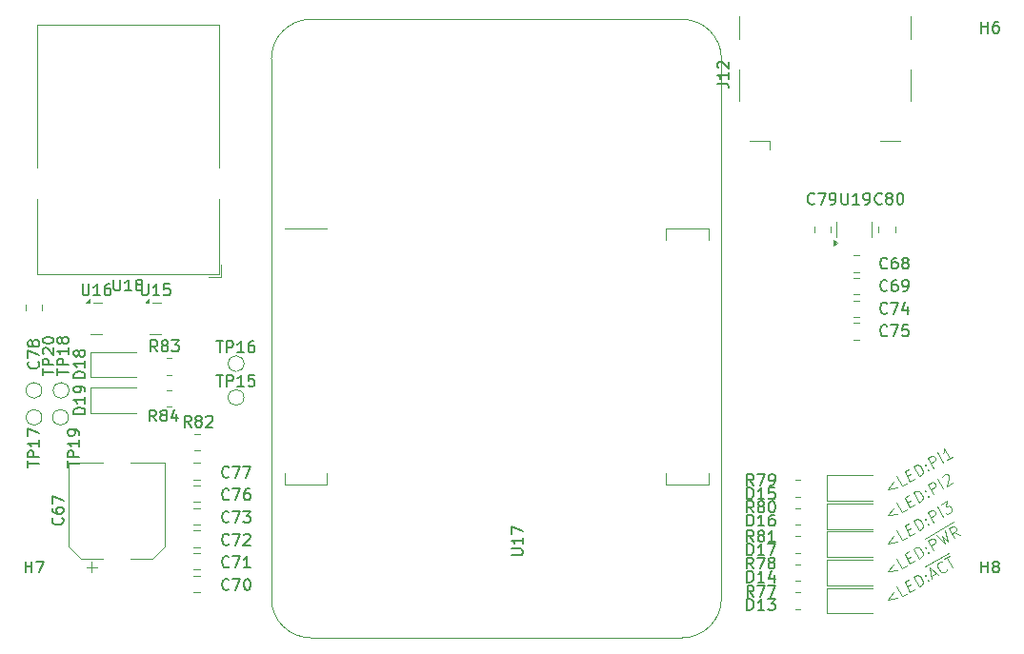
<source format=gbr>
%TF.GenerationSoftware,KiCad,Pcbnew,8.0.1*%
%TF.CreationDate,2024-06-09T20:13:55+02:00*%
%TF.ProjectId,daqIONA_CTRL,64617149-4f4e-4415-9f43-54524c2e6b69,rev?*%
%TF.SameCoordinates,Original*%
%TF.FileFunction,Legend,Top*%
%TF.FilePolarity,Positive*%
%FSLAX46Y46*%
G04 Gerber Fmt 4.6, Leading zero omitted, Abs format (unit mm)*
G04 Created by KiCad (PCBNEW 8.0.1) date 2024-06-09 20:13:55*
%MOMM*%
%LPD*%
G01*
G04 APERTURE LIST*
%ADD10C,0.100000*%
%ADD11C,0.150000*%
%ADD12C,0.120000*%
G04 APERTURE END LIST*
D10*
X177685876Y-123519266D02*
X177168904Y-124147655D01*
X177168904Y-124147655D02*
X177971590Y-124014138D01*
X178843995Y-123620426D02*
X178431602Y-123858522D01*
X178431602Y-123858522D02*
X177931602Y-122992496D01*
X178870766Y-123000127D02*
X179159441Y-122833461D01*
X179545064Y-123215664D02*
X179132671Y-123453760D01*
X179132671Y-123453760D02*
X178632671Y-122587734D01*
X178632671Y-122587734D02*
X179045064Y-122349639D01*
X179916217Y-123001379D02*
X179416217Y-122135353D01*
X179416217Y-122135353D02*
X179622414Y-122016306D01*
X179622414Y-122016306D02*
X179769941Y-121986116D01*
X179769941Y-121986116D02*
X179900039Y-122020976D01*
X179900039Y-122020976D02*
X179988897Y-122079645D01*
X179988897Y-122079645D02*
X180125375Y-122220793D01*
X180125375Y-122220793D02*
X180196803Y-122344511D01*
X180196803Y-122344511D02*
X180250802Y-122533277D01*
X180250802Y-122533277D02*
X180257182Y-122639565D01*
X180257182Y-122639565D02*
X180222322Y-122769663D01*
X180222322Y-122769663D02*
X180122414Y-122882331D01*
X180122414Y-122882331D02*
X179916217Y-123001379D01*
X180734624Y-122418900D02*
X180799673Y-122436330D01*
X180799673Y-122436330D02*
X180782243Y-122501379D01*
X180782243Y-122501379D02*
X180717194Y-122483949D01*
X180717194Y-122483949D02*
X180734624Y-122418900D01*
X180734624Y-122418900D02*
X180782243Y-122501379D01*
X180472719Y-121965268D02*
X180537768Y-121982697D01*
X180537768Y-121982697D02*
X180520338Y-122047746D01*
X180520338Y-122047746D02*
X180455289Y-122030316D01*
X180455289Y-122030316D02*
X180472719Y-121965268D01*
X180472719Y-121965268D02*
X180520338Y-122047746D01*
X181194635Y-122263284D02*
X180694635Y-121397258D01*
X180694635Y-121397258D02*
X181024550Y-121206782D01*
X181024550Y-121206782D02*
X181130838Y-121200402D01*
X181130838Y-121200402D02*
X181195887Y-121217832D01*
X181195887Y-121217832D02*
X181284745Y-121276501D01*
X181284745Y-121276501D02*
X181356174Y-121400219D01*
X181356174Y-121400219D02*
X181362554Y-121506507D01*
X181362554Y-121506507D02*
X181345124Y-121571556D01*
X181345124Y-121571556D02*
X181286455Y-121660414D01*
X181286455Y-121660414D02*
X180956540Y-121850890D01*
X182060661Y-121763284D02*
X181560661Y-120897258D01*
X182926686Y-121263284D02*
X182431814Y-121548998D01*
X182679250Y-121406141D02*
X182179250Y-120540116D01*
X182179250Y-120540116D02*
X182168200Y-120711452D01*
X182168200Y-120711452D02*
X182133340Y-120841550D01*
X182133340Y-120841550D02*
X182074671Y-120930408D01*
X177685876Y-133339266D02*
X177168904Y-133967655D01*
X177168904Y-133967655D02*
X177971590Y-133834138D01*
X178843995Y-133440426D02*
X178431602Y-133678522D01*
X178431602Y-133678522D02*
X177931602Y-132812496D01*
X178870766Y-132820127D02*
X179159441Y-132653461D01*
X179545064Y-133035664D02*
X179132671Y-133273760D01*
X179132671Y-133273760D02*
X178632671Y-132407734D01*
X178632671Y-132407734D02*
X179045064Y-132169639D01*
X179916217Y-132821379D02*
X179416217Y-131955353D01*
X179416217Y-131955353D02*
X179622414Y-131836306D01*
X179622414Y-131836306D02*
X179769941Y-131806116D01*
X179769941Y-131806116D02*
X179900039Y-131840976D01*
X179900039Y-131840976D02*
X179988897Y-131899645D01*
X179988897Y-131899645D02*
X180125375Y-132040793D01*
X180125375Y-132040793D02*
X180196803Y-132164511D01*
X180196803Y-132164511D02*
X180250802Y-132353277D01*
X180250802Y-132353277D02*
X180257182Y-132459565D01*
X180257182Y-132459565D02*
X180222322Y-132589663D01*
X180222322Y-132589663D02*
X180122414Y-132702331D01*
X180122414Y-132702331D02*
X179916217Y-132821379D01*
X180734624Y-132238900D02*
X180799673Y-132256330D01*
X180799673Y-132256330D02*
X180782243Y-132321379D01*
X180782243Y-132321379D02*
X180717194Y-132303949D01*
X180717194Y-132303949D02*
X180734624Y-132238900D01*
X180734624Y-132238900D02*
X180782243Y-132321379D01*
X180472719Y-131785268D02*
X180537768Y-131802697D01*
X180537768Y-131802697D02*
X180520338Y-131867746D01*
X180520338Y-131867746D02*
X180455289Y-131850316D01*
X180455289Y-131850316D02*
X180472719Y-131785268D01*
X180472719Y-131785268D02*
X180520338Y-131867746D01*
X181010539Y-131859657D02*
X181422932Y-131621562D01*
X181070918Y-132154712D02*
X180859593Y-131122020D01*
X180859593Y-131122020D02*
X181648268Y-131821379D01*
X182384196Y-131286519D02*
X182366766Y-131351568D01*
X182366766Y-131351568D02*
X182266858Y-131464236D01*
X182266858Y-131464236D02*
X182184379Y-131511855D01*
X182184379Y-131511855D02*
X182036851Y-131542044D01*
X182036851Y-131542044D02*
X181906754Y-131507185D01*
X181906754Y-131507185D02*
X181817895Y-131448516D01*
X181817895Y-131448516D02*
X181681418Y-131307368D01*
X181681418Y-131307368D02*
X181609990Y-131183650D01*
X181609990Y-131183650D02*
X181555991Y-130994883D01*
X181555991Y-130994883D02*
X181549611Y-130888595D01*
X181549611Y-130888595D02*
X181584471Y-130758497D01*
X181584471Y-130758497D02*
X181684379Y-130645829D01*
X181684379Y-130645829D02*
X181766858Y-130598210D01*
X181766858Y-130598210D02*
X181914385Y-130568021D01*
X181914385Y-130568021D02*
X181979434Y-130585451D01*
X182179251Y-130360115D02*
X182674122Y-130074401D01*
X182926686Y-131083283D02*
X182426686Y-130217258D01*
X180436232Y-131045881D02*
X182531189Y-129836357D01*
X177685876Y-125839266D02*
X177168904Y-126467655D01*
X177168904Y-126467655D02*
X177971590Y-126334138D01*
X178843995Y-125940426D02*
X178431602Y-126178522D01*
X178431602Y-126178522D02*
X177931602Y-125312496D01*
X178870766Y-125320127D02*
X179159441Y-125153461D01*
X179545064Y-125535664D02*
X179132671Y-125773760D01*
X179132671Y-125773760D02*
X178632671Y-124907734D01*
X178632671Y-124907734D02*
X179045064Y-124669639D01*
X179916217Y-125321379D02*
X179416217Y-124455353D01*
X179416217Y-124455353D02*
X179622414Y-124336306D01*
X179622414Y-124336306D02*
X179769941Y-124306116D01*
X179769941Y-124306116D02*
X179900039Y-124340976D01*
X179900039Y-124340976D02*
X179988897Y-124399645D01*
X179988897Y-124399645D02*
X180125375Y-124540793D01*
X180125375Y-124540793D02*
X180196803Y-124664511D01*
X180196803Y-124664511D02*
X180250802Y-124853277D01*
X180250802Y-124853277D02*
X180257182Y-124959565D01*
X180257182Y-124959565D02*
X180222322Y-125089663D01*
X180222322Y-125089663D02*
X180122414Y-125202331D01*
X180122414Y-125202331D02*
X179916217Y-125321379D01*
X180734624Y-124738900D02*
X180799673Y-124756330D01*
X180799673Y-124756330D02*
X180782243Y-124821379D01*
X180782243Y-124821379D02*
X180717194Y-124803949D01*
X180717194Y-124803949D02*
X180734624Y-124738900D01*
X180734624Y-124738900D02*
X180782243Y-124821379D01*
X180472719Y-124285268D02*
X180537768Y-124302697D01*
X180537768Y-124302697D02*
X180520338Y-124367746D01*
X180520338Y-124367746D02*
X180455289Y-124350316D01*
X180455289Y-124350316D02*
X180472719Y-124285268D01*
X180472719Y-124285268D02*
X180520338Y-124367746D01*
X181194635Y-124583284D02*
X180694635Y-123717258D01*
X180694635Y-123717258D02*
X181024550Y-123526782D01*
X181024550Y-123526782D02*
X181130838Y-123520402D01*
X181130838Y-123520402D02*
X181195887Y-123537832D01*
X181195887Y-123537832D02*
X181284745Y-123596501D01*
X181284745Y-123596501D02*
X181356174Y-123720219D01*
X181356174Y-123720219D02*
X181362554Y-123826507D01*
X181362554Y-123826507D02*
X181345124Y-123891556D01*
X181345124Y-123891556D02*
X181286455Y-123980414D01*
X181286455Y-123980414D02*
X180956540Y-124170890D01*
X182060661Y-124083284D02*
X181560661Y-123217258D01*
X181979433Y-123085451D02*
X181996863Y-123020402D01*
X181996863Y-123020402D02*
X182055532Y-122931544D01*
X182055532Y-122931544D02*
X182261729Y-122812496D01*
X182261729Y-122812496D02*
X182368017Y-122806117D01*
X182368017Y-122806117D02*
X182433066Y-122823547D01*
X182433066Y-122823547D02*
X182521924Y-122882216D01*
X182521924Y-122882216D02*
X182569543Y-122964694D01*
X182569543Y-122964694D02*
X182599732Y-123112222D01*
X182599732Y-123112222D02*
X182390575Y-123892808D01*
X182390575Y-123892808D02*
X182926686Y-123583284D01*
X177685876Y-128339266D02*
X177168904Y-128967655D01*
X177168904Y-128967655D02*
X177971590Y-128834138D01*
X178843995Y-128440426D02*
X178431602Y-128678522D01*
X178431602Y-128678522D02*
X177931602Y-127812496D01*
X178870766Y-127820127D02*
X179159441Y-127653461D01*
X179545064Y-128035664D02*
X179132671Y-128273760D01*
X179132671Y-128273760D02*
X178632671Y-127407734D01*
X178632671Y-127407734D02*
X179045064Y-127169639D01*
X179916217Y-127821379D02*
X179416217Y-126955353D01*
X179416217Y-126955353D02*
X179622414Y-126836306D01*
X179622414Y-126836306D02*
X179769941Y-126806116D01*
X179769941Y-126806116D02*
X179900039Y-126840976D01*
X179900039Y-126840976D02*
X179988897Y-126899645D01*
X179988897Y-126899645D02*
X180125375Y-127040793D01*
X180125375Y-127040793D02*
X180196803Y-127164511D01*
X180196803Y-127164511D02*
X180250802Y-127353277D01*
X180250802Y-127353277D02*
X180257182Y-127459565D01*
X180257182Y-127459565D02*
X180222322Y-127589663D01*
X180222322Y-127589663D02*
X180122414Y-127702331D01*
X180122414Y-127702331D02*
X179916217Y-127821379D01*
X180734624Y-127238900D02*
X180799673Y-127256330D01*
X180799673Y-127256330D02*
X180782243Y-127321379D01*
X180782243Y-127321379D02*
X180717194Y-127303949D01*
X180717194Y-127303949D02*
X180734624Y-127238900D01*
X180734624Y-127238900D02*
X180782243Y-127321379D01*
X180472719Y-126785268D02*
X180537768Y-126802697D01*
X180537768Y-126802697D02*
X180520338Y-126867746D01*
X180520338Y-126867746D02*
X180455289Y-126850316D01*
X180455289Y-126850316D02*
X180472719Y-126785268D01*
X180472719Y-126785268D02*
X180520338Y-126867746D01*
X181194635Y-127083284D02*
X180694635Y-126217258D01*
X180694635Y-126217258D02*
X181024550Y-126026782D01*
X181024550Y-126026782D02*
X181130838Y-126020402D01*
X181130838Y-126020402D02*
X181195887Y-126037832D01*
X181195887Y-126037832D02*
X181284745Y-126096501D01*
X181284745Y-126096501D02*
X181356174Y-126220219D01*
X181356174Y-126220219D02*
X181362554Y-126326507D01*
X181362554Y-126326507D02*
X181345124Y-126391556D01*
X181345124Y-126391556D02*
X181286455Y-126480414D01*
X181286455Y-126480414D02*
X180956540Y-126670890D01*
X182060661Y-126583284D02*
X181560661Y-125717258D01*
X181890575Y-125526782D02*
X182426686Y-125217258D01*
X182426686Y-125217258D02*
X182328487Y-125713839D01*
X182328487Y-125713839D02*
X182452205Y-125642411D01*
X182452205Y-125642411D02*
X182558493Y-125636031D01*
X182558493Y-125636031D02*
X182623542Y-125653461D01*
X182623542Y-125653461D02*
X182712400Y-125712130D01*
X182712400Y-125712130D02*
X182831448Y-125918327D01*
X182831448Y-125918327D02*
X182837828Y-126024615D01*
X182837828Y-126024615D02*
X182820398Y-126089664D01*
X182820398Y-126089664D02*
X182761729Y-126178522D01*
X182761729Y-126178522D02*
X182514293Y-126321379D01*
X182514293Y-126321379D02*
X182408005Y-126327759D01*
X182408005Y-126327759D02*
X182342956Y-126310329D01*
X177685876Y-130839266D02*
X177168904Y-131467655D01*
X177168904Y-131467655D02*
X177971590Y-131334138D01*
X178843995Y-130940426D02*
X178431602Y-131178522D01*
X178431602Y-131178522D02*
X177931602Y-130312496D01*
X178870766Y-130320127D02*
X179159441Y-130153461D01*
X179545064Y-130535664D02*
X179132671Y-130773760D01*
X179132671Y-130773760D02*
X178632671Y-129907734D01*
X178632671Y-129907734D02*
X179045064Y-129669639D01*
X179916217Y-130321379D02*
X179416217Y-129455353D01*
X179416217Y-129455353D02*
X179622414Y-129336306D01*
X179622414Y-129336306D02*
X179769941Y-129306116D01*
X179769941Y-129306116D02*
X179900039Y-129340976D01*
X179900039Y-129340976D02*
X179988897Y-129399645D01*
X179988897Y-129399645D02*
X180125375Y-129540793D01*
X180125375Y-129540793D02*
X180196803Y-129664511D01*
X180196803Y-129664511D02*
X180250802Y-129853277D01*
X180250802Y-129853277D02*
X180257182Y-129959565D01*
X180257182Y-129959565D02*
X180222322Y-130089663D01*
X180222322Y-130089663D02*
X180122414Y-130202331D01*
X180122414Y-130202331D02*
X179916217Y-130321379D01*
X180734624Y-129738900D02*
X180799673Y-129756330D01*
X180799673Y-129756330D02*
X180782243Y-129821379D01*
X180782243Y-129821379D02*
X180717194Y-129803949D01*
X180717194Y-129803949D02*
X180734624Y-129738900D01*
X180734624Y-129738900D02*
X180782243Y-129821379D01*
X180472719Y-129285268D02*
X180537768Y-129302697D01*
X180537768Y-129302697D02*
X180520338Y-129367746D01*
X180520338Y-129367746D02*
X180455289Y-129350316D01*
X180455289Y-129350316D02*
X180472719Y-129285268D01*
X180472719Y-129285268D02*
X180520338Y-129367746D01*
X181194635Y-129583284D02*
X180694635Y-128717258D01*
X180694635Y-128717258D02*
X181024550Y-128526782D01*
X181024550Y-128526782D02*
X181130838Y-128520402D01*
X181130838Y-128520402D02*
X181195887Y-128537832D01*
X181195887Y-128537832D02*
X181284745Y-128596501D01*
X181284745Y-128596501D02*
X181356174Y-128720219D01*
X181356174Y-128720219D02*
X181362554Y-128826507D01*
X181362554Y-128826507D02*
X181345124Y-128891556D01*
X181345124Y-128891556D02*
X181286455Y-128980414D01*
X181286455Y-128980414D02*
X180956540Y-129170890D01*
X181478182Y-128264877D02*
X182184379Y-129011855D01*
X182184379Y-129011855D02*
X181992193Y-128298027D01*
X181992193Y-128298027D02*
X182514293Y-128821379D01*
X182514293Y-128821379D02*
X182220490Y-127836306D01*
X183545276Y-128226141D02*
X183018505Y-127980414D01*
X183050404Y-128511855D02*
X182550404Y-127645830D01*
X182550404Y-127645830D02*
X182880319Y-127455353D01*
X182880319Y-127455353D02*
X182986607Y-127448974D01*
X182986607Y-127448974D02*
X183051655Y-127466403D01*
X183051655Y-127466403D02*
X183140514Y-127525073D01*
X183140514Y-127525073D02*
X183211942Y-127648790D01*
X183211942Y-127648790D02*
X183218322Y-127755079D01*
X183218322Y-127755079D02*
X183200892Y-127820127D01*
X183200892Y-127820127D02*
X183142223Y-127908986D01*
X183142223Y-127908986D02*
X182812309Y-128099462D01*
X180436232Y-128545881D02*
X182984821Y-127074452D01*
D11*
X112217142Y-111904819D02*
X111883809Y-111428628D01*
X111645714Y-111904819D02*
X111645714Y-110904819D01*
X111645714Y-110904819D02*
X112026666Y-110904819D01*
X112026666Y-110904819D02*
X112121904Y-110952438D01*
X112121904Y-110952438D02*
X112169523Y-111000057D01*
X112169523Y-111000057D02*
X112217142Y-111095295D01*
X112217142Y-111095295D02*
X112217142Y-111238152D01*
X112217142Y-111238152D02*
X112169523Y-111333390D01*
X112169523Y-111333390D02*
X112121904Y-111381009D01*
X112121904Y-111381009D02*
X112026666Y-111428628D01*
X112026666Y-111428628D02*
X111645714Y-111428628D01*
X112788571Y-111333390D02*
X112693333Y-111285771D01*
X112693333Y-111285771D02*
X112645714Y-111238152D01*
X112645714Y-111238152D02*
X112598095Y-111142914D01*
X112598095Y-111142914D02*
X112598095Y-111095295D01*
X112598095Y-111095295D02*
X112645714Y-111000057D01*
X112645714Y-111000057D02*
X112693333Y-110952438D01*
X112693333Y-110952438D02*
X112788571Y-110904819D01*
X112788571Y-110904819D02*
X112979047Y-110904819D01*
X112979047Y-110904819D02*
X113074285Y-110952438D01*
X113074285Y-110952438D02*
X113121904Y-111000057D01*
X113121904Y-111000057D02*
X113169523Y-111095295D01*
X113169523Y-111095295D02*
X113169523Y-111142914D01*
X113169523Y-111142914D02*
X113121904Y-111238152D01*
X113121904Y-111238152D02*
X113074285Y-111285771D01*
X113074285Y-111285771D02*
X112979047Y-111333390D01*
X112979047Y-111333390D02*
X112788571Y-111333390D01*
X112788571Y-111333390D02*
X112693333Y-111381009D01*
X112693333Y-111381009D02*
X112645714Y-111428628D01*
X112645714Y-111428628D02*
X112598095Y-111523866D01*
X112598095Y-111523866D02*
X112598095Y-111714342D01*
X112598095Y-111714342D02*
X112645714Y-111809580D01*
X112645714Y-111809580D02*
X112693333Y-111857200D01*
X112693333Y-111857200D02*
X112788571Y-111904819D01*
X112788571Y-111904819D02*
X112979047Y-111904819D01*
X112979047Y-111904819D02*
X113074285Y-111857200D01*
X113074285Y-111857200D02*
X113121904Y-111809580D01*
X113121904Y-111809580D02*
X113169523Y-111714342D01*
X113169523Y-111714342D02*
X113169523Y-111523866D01*
X113169523Y-111523866D02*
X113121904Y-111428628D01*
X113121904Y-111428628D02*
X113074285Y-111381009D01*
X113074285Y-111381009D02*
X112979047Y-111333390D01*
X113502857Y-110904819D02*
X114121904Y-110904819D01*
X114121904Y-110904819D02*
X113788571Y-111285771D01*
X113788571Y-111285771D02*
X113931428Y-111285771D01*
X113931428Y-111285771D02*
X114026666Y-111333390D01*
X114026666Y-111333390D02*
X114074285Y-111381009D01*
X114074285Y-111381009D02*
X114121904Y-111476247D01*
X114121904Y-111476247D02*
X114121904Y-111714342D01*
X114121904Y-111714342D02*
X114074285Y-111809580D01*
X114074285Y-111809580D02*
X114026666Y-111857200D01*
X114026666Y-111857200D02*
X113931428Y-111904819D01*
X113931428Y-111904819D02*
X113645714Y-111904819D01*
X113645714Y-111904819D02*
X113550476Y-111857200D01*
X113550476Y-111857200D02*
X113502857Y-111809580D01*
X101619580Y-112802857D02*
X101667200Y-112850476D01*
X101667200Y-112850476D02*
X101714819Y-112993333D01*
X101714819Y-112993333D02*
X101714819Y-113088571D01*
X101714819Y-113088571D02*
X101667200Y-113231428D01*
X101667200Y-113231428D02*
X101571961Y-113326666D01*
X101571961Y-113326666D02*
X101476723Y-113374285D01*
X101476723Y-113374285D02*
X101286247Y-113421904D01*
X101286247Y-113421904D02*
X101143390Y-113421904D01*
X101143390Y-113421904D02*
X100952914Y-113374285D01*
X100952914Y-113374285D02*
X100857676Y-113326666D01*
X100857676Y-113326666D02*
X100762438Y-113231428D01*
X100762438Y-113231428D02*
X100714819Y-113088571D01*
X100714819Y-113088571D02*
X100714819Y-112993333D01*
X100714819Y-112993333D02*
X100762438Y-112850476D01*
X100762438Y-112850476D02*
X100810057Y-112802857D01*
X100714819Y-112469523D02*
X100714819Y-111802857D01*
X100714819Y-111802857D02*
X101714819Y-112231428D01*
X101143390Y-111279047D02*
X101095771Y-111374285D01*
X101095771Y-111374285D02*
X101048152Y-111421904D01*
X101048152Y-111421904D02*
X100952914Y-111469523D01*
X100952914Y-111469523D02*
X100905295Y-111469523D01*
X100905295Y-111469523D02*
X100810057Y-111421904D01*
X100810057Y-111421904D02*
X100762438Y-111374285D01*
X100762438Y-111374285D02*
X100714819Y-111279047D01*
X100714819Y-111279047D02*
X100714819Y-111088571D01*
X100714819Y-111088571D02*
X100762438Y-110993333D01*
X100762438Y-110993333D02*
X100810057Y-110945714D01*
X100810057Y-110945714D02*
X100905295Y-110898095D01*
X100905295Y-110898095D02*
X100952914Y-110898095D01*
X100952914Y-110898095D02*
X101048152Y-110945714D01*
X101048152Y-110945714D02*
X101095771Y-110993333D01*
X101095771Y-110993333D02*
X101143390Y-111088571D01*
X101143390Y-111088571D02*
X101143390Y-111279047D01*
X101143390Y-111279047D02*
X101191009Y-111374285D01*
X101191009Y-111374285D02*
X101238628Y-111421904D01*
X101238628Y-111421904D02*
X101333866Y-111469523D01*
X101333866Y-111469523D02*
X101524342Y-111469523D01*
X101524342Y-111469523D02*
X101619580Y-111421904D01*
X101619580Y-111421904D02*
X101667200Y-111374285D01*
X101667200Y-111374285D02*
X101714819Y-111279047D01*
X101714819Y-111279047D02*
X101714819Y-111088571D01*
X101714819Y-111088571D02*
X101667200Y-110993333D01*
X101667200Y-110993333D02*
X101619580Y-110945714D01*
X101619580Y-110945714D02*
X101524342Y-110898095D01*
X101524342Y-110898095D02*
X101333866Y-110898095D01*
X101333866Y-110898095D02*
X101238628Y-110945714D01*
X101238628Y-110945714D02*
X101191009Y-110993333D01*
X101191009Y-110993333D02*
X101143390Y-111088571D01*
X118579642Y-123019580D02*
X118532023Y-123067200D01*
X118532023Y-123067200D02*
X118389166Y-123114819D01*
X118389166Y-123114819D02*
X118293928Y-123114819D01*
X118293928Y-123114819D02*
X118151071Y-123067200D01*
X118151071Y-123067200D02*
X118055833Y-122971961D01*
X118055833Y-122971961D02*
X118008214Y-122876723D01*
X118008214Y-122876723D02*
X117960595Y-122686247D01*
X117960595Y-122686247D02*
X117960595Y-122543390D01*
X117960595Y-122543390D02*
X118008214Y-122352914D01*
X118008214Y-122352914D02*
X118055833Y-122257676D01*
X118055833Y-122257676D02*
X118151071Y-122162438D01*
X118151071Y-122162438D02*
X118293928Y-122114819D01*
X118293928Y-122114819D02*
X118389166Y-122114819D01*
X118389166Y-122114819D02*
X118532023Y-122162438D01*
X118532023Y-122162438D02*
X118579642Y-122210057D01*
X118912976Y-122114819D02*
X119579642Y-122114819D01*
X119579642Y-122114819D02*
X119151071Y-123114819D01*
X119865357Y-122114819D02*
X120532023Y-122114819D01*
X120532023Y-122114819D02*
X120103452Y-123114819D01*
X110835195Y-105894819D02*
X110835195Y-106704342D01*
X110835195Y-106704342D02*
X110882814Y-106799580D01*
X110882814Y-106799580D02*
X110930433Y-106847200D01*
X110930433Y-106847200D02*
X111025671Y-106894819D01*
X111025671Y-106894819D02*
X111216147Y-106894819D01*
X111216147Y-106894819D02*
X111311385Y-106847200D01*
X111311385Y-106847200D02*
X111359004Y-106799580D01*
X111359004Y-106799580D02*
X111406623Y-106704342D01*
X111406623Y-106704342D02*
X111406623Y-105894819D01*
X112406623Y-106894819D02*
X111835195Y-106894819D01*
X112120909Y-106894819D02*
X112120909Y-105894819D01*
X112120909Y-105894819D02*
X112025671Y-106037676D01*
X112025671Y-106037676D02*
X111930433Y-106132914D01*
X111930433Y-106132914D02*
X111835195Y-106180533D01*
X113311385Y-105894819D02*
X112835195Y-105894819D01*
X112835195Y-105894819D02*
X112787576Y-106371009D01*
X112787576Y-106371009D02*
X112835195Y-106323390D01*
X112835195Y-106323390D02*
X112930433Y-106275771D01*
X112930433Y-106275771D02*
X113168528Y-106275771D01*
X113168528Y-106275771D02*
X113263766Y-106323390D01*
X113263766Y-106323390D02*
X113311385Y-106371009D01*
X113311385Y-106371009D02*
X113359004Y-106466247D01*
X113359004Y-106466247D02*
X113359004Y-106704342D01*
X113359004Y-106704342D02*
X113311385Y-106799580D01*
X113311385Y-106799580D02*
X113263766Y-106847200D01*
X113263766Y-106847200D02*
X113168528Y-106894819D01*
X113168528Y-106894819D02*
X112930433Y-106894819D01*
X112930433Y-106894819D02*
X112835195Y-106847200D01*
X112835195Y-106847200D02*
X112787576Y-106799580D01*
X165217142Y-126214819D02*
X164883809Y-125738628D01*
X164645714Y-126214819D02*
X164645714Y-125214819D01*
X164645714Y-125214819D02*
X165026666Y-125214819D01*
X165026666Y-125214819D02*
X165121904Y-125262438D01*
X165121904Y-125262438D02*
X165169523Y-125310057D01*
X165169523Y-125310057D02*
X165217142Y-125405295D01*
X165217142Y-125405295D02*
X165217142Y-125548152D01*
X165217142Y-125548152D02*
X165169523Y-125643390D01*
X165169523Y-125643390D02*
X165121904Y-125691009D01*
X165121904Y-125691009D02*
X165026666Y-125738628D01*
X165026666Y-125738628D02*
X164645714Y-125738628D01*
X165788571Y-125643390D02*
X165693333Y-125595771D01*
X165693333Y-125595771D02*
X165645714Y-125548152D01*
X165645714Y-125548152D02*
X165598095Y-125452914D01*
X165598095Y-125452914D02*
X165598095Y-125405295D01*
X165598095Y-125405295D02*
X165645714Y-125310057D01*
X165645714Y-125310057D02*
X165693333Y-125262438D01*
X165693333Y-125262438D02*
X165788571Y-125214819D01*
X165788571Y-125214819D02*
X165979047Y-125214819D01*
X165979047Y-125214819D02*
X166074285Y-125262438D01*
X166074285Y-125262438D02*
X166121904Y-125310057D01*
X166121904Y-125310057D02*
X166169523Y-125405295D01*
X166169523Y-125405295D02*
X166169523Y-125452914D01*
X166169523Y-125452914D02*
X166121904Y-125548152D01*
X166121904Y-125548152D02*
X166074285Y-125595771D01*
X166074285Y-125595771D02*
X165979047Y-125643390D01*
X165979047Y-125643390D02*
X165788571Y-125643390D01*
X165788571Y-125643390D02*
X165693333Y-125691009D01*
X165693333Y-125691009D02*
X165645714Y-125738628D01*
X165645714Y-125738628D02*
X165598095Y-125833866D01*
X165598095Y-125833866D02*
X165598095Y-126024342D01*
X165598095Y-126024342D02*
X165645714Y-126119580D01*
X165645714Y-126119580D02*
X165693333Y-126167200D01*
X165693333Y-126167200D02*
X165788571Y-126214819D01*
X165788571Y-126214819D02*
X165979047Y-126214819D01*
X165979047Y-126214819D02*
X166074285Y-126167200D01*
X166074285Y-126167200D02*
X166121904Y-126119580D01*
X166121904Y-126119580D02*
X166169523Y-126024342D01*
X166169523Y-126024342D02*
X166169523Y-125833866D01*
X166169523Y-125833866D02*
X166121904Y-125738628D01*
X166121904Y-125738628D02*
X166074285Y-125691009D01*
X166074285Y-125691009D02*
X165979047Y-125643390D01*
X166788571Y-125214819D02*
X166883809Y-125214819D01*
X166883809Y-125214819D02*
X166979047Y-125262438D01*
X166979047Y-125262438D02*
X167026666Y-125310057D01*
X167026666Y-125310057D02*
X167074285Y-125405295D01*
X167074285Y-125405295D02*
X167121904Y-125595771D01*
X167121904Y-125595771D02*
X167121904Y-125833866D01*
X167121904Y-125833866D02*
X167074285Y-126024342D01*
X167074285Y-126024342D02*
X167026666Y-126119580D01*
X167026666Y-126119580D02*
X166979047Y-126167200D01*
X166979047Y-126167200D02*
X166883809Y-126214819D01*
X166883809Y-126214819D02*
X166788571Y-126214819D01*
X166788571Y-126214819D02*
X166693333Y-126167200D01*
X166693333Y-126167200D02*
X166645714Y-126119580D01*
X166645714Y-126119580D02*
X166598095Y-126024342D01*
X166598095Y-126024342D02*
X166550476Y-125833866D01*
X166550476Y-125833866D02*
X166550476Y-125595771D01*
X166550476Y-125595771D02*
X166598095Y-125405295D01*
X166598095Y-125405295D02*
X166645714Y-125310057D01*
X166645714Y-125310057D02*
X166693333Y-125262438D01*
X166693333Y-125262438D02*
X166788571Y-125214819D01*
X105794819Y-114254285D02*
X104794819Y-114254285D01*
X104794819Y-114254285D02*
X104794819Y-114016190D01*
X104794819Y-114016190D02*
X104842438Y-113873333D01*
X104842438Y-113873333D02*
X104937676Y-113778095D01*
X104937676Y-113778095D02*
X105032914Y-113730476D01*
X105032914Y-113730476D02*
X105223390Y-113682857D01*
X105223390Y-113682857D02*
X105366247Y-113682857D01*
X105366247Y-113682857D02*
X105556723Y-113730476D01*
X105556723Y-113730476D02*
X105651961Y-113778095D01*
X105651961Y-113778095D02*
X105747200Y-113873333D01*
X105747200Y-113873333D02*
X105794819Y-114016190D01*
X105794819Y-114016190D02*
X105794819Y-114254285D01*
X105794819Y-112730476D02*
X105794819Y-113301904D01*
X105794819Y-113016190D02*
X104794819Y-113016190D01*
X104794819Y-113016190D02*
X104937676Y-113111428D01*
X104937676Y-113111428D02*
X105032914Y-113206666D01*
X105032914Y-113206666D02*
X105080533Y-113301904D01*
X105223390Y-112159047D02*
X105175771Y-112254285D01*
X105175771Y-112254285D02*
X105128152Y-112301904D01*
X105128152Y-112301904D02*
X105032914Y-112349523D01*
X105032914Y-112349523D02*
X104985295Y-112349523D01*
X104985295Y-112349523D02*
X104890057Y-112301904D01*
X104890057Y-112301904D02*
X104842438Y-112254285D01*
X104842438Y-112254285D02*
X104794819Y-112159047D01*
X104794819Y-112159047D02*
X104794819Y-111968571D01*
X104794819Y-111968571D02*
X104842438Y-111873333D01*
X104842438Y-111873333D02*
X104890057Y-111825714D01*
X104890057Y-111825714D02*
X104985295Y-111778095D01*
X104985295Y-111778095D02*
X105032914Y-111778095D01*
X105032914Y-111778095D02*
X105128152Y-111825714D01*
X105128152Y-111825714D02*
X105175771Y-111873333D01*
X105175771Y-111873333D02*
X105223390Y-111968571D01*
X105223390Y-111968571D02*
X105223390Y-112159047D01*
X105223390Y-112159047D02*
X105271009Y-112254285D01*
X105271009Y-112254285D02*
X105318628Y-112301904D01*
X105318628Y-112301904D02*
X105413866Y-112349523D01*
X105413866Y-112349523D02*
X105604342Y-112349523D01*
X105604342Y-112349523D02*
X105699580Y-112301904D01*
X105699580Y-112301904D02*
X105747200Y-112254285D01*
X105747200Y-112254285D02*
X105794819Y-112159047D01*
X105794819Y-112159047D02*
X105794819Y-111968571D01*
X105794819Y-111968571D02*
X105747200Y-111873333D01*
X105747200Y-111873333D02*
X105699580Y-111825714D01*
X105699580Y-111825714D02*
X105604342Y-111778095D01*
X105604342Y-111778095D02*
X105413866Y-111778095D01*
X105413866Y-111778095D02*
X105318628Y-111825714D01*
X105318628Y-111825714D02*
X105271009Y-111873333D01*
X105271009Y-111873333D02*
X105223390Y-111968571D01*
X164645714Y-127414819D02*
X164645714Y-126414819D01*
X164645714Y-126414819D02*
X164883809Y-126414819D01*
X164883809Y-126414819D02*
X165026666Y-126462438D01*
X165026666Y-126462438D02*
X165121904Y-126557676D01*
X165121904Y-126557676D02*
X165169523Y-126652914D01*
X165169523Y-126652914D02*
X165217142Y-126843390D01*
X165217142Y-126843390D02*
X165217142Y-126986247D01*
X165217142Y-126986247D02*
X165169523Y-127176723D01*
X165169523Y-127176723D02*
X165121904Y-127271961D01*
X165121904Y-127271961D02*
X165026666Y-127367200D01*
X165026666Y-127367200D02*
X164883809Y-127414819D01*
X164883809Y-127414819D02*
X164645714Y-127414819D01*
X166169523Y-127414819D02*
X165598095Y-127414819D01*
X165883809Y-127414819D02*
X165883809Y-126414819D01*
X165883809Y-126414819D02*
X165788571Y-126557676D01*
X165788571Y-126557676D02*
X165693333Y-126652914D01*
X165693333Y-126652914D02*
X165598095Y-126700533D01*
X167026666Y-126414819D02*
X166836190Y-126414819D01*
X166836190Y-126414819D02*
X166740952Y-126462438D01*
X166740952Y-126462438D02*
X166693333Y-126510057D01*
X166693333Y-126510057D02*
X166598095Y-126652914D01*
X166598095Y-126652914D02*
X166550476Y-126843390D01*
X166550476Y-126843390D02*
X166550476Y-127224342D01*
X166550476Y-127224342D02*
X166598095Y-127319580D01*
X166598095Y-127319580D02*
X166645714Y-127367200D01*
X166645714Y-127367200D02*
X166740952Y-127414819D01*
X166740952Y-127414819D02*
X166931428Y-127414819D01*
X166931428Y-127414819D02*
X167026666Y-127367200D01*
X167026666Y-127367200D02*
X167074285Y-127319580D01*
X167074285Y-127319580D02*
X167121904Y-127224342D01*
X167121904Y-127224342D02*
X167121904Y-126986247D01*
X167121904Y-126986247D02*
X167074285Y-126891009D01*
X167074285Y-126891009D02*
X167026666Y-126843390D01*
X167026666Y-126843390D02*
X166931428Y-126795771D01*
X166931428Y-126795771D02*
X166740952Y-126795771D01*
X166740952Y-126795771D02*
X166645714Y-126843390D01*
X166645714Y-126843390D02*
X166598095Y-126891009D01*
X166598095Y-126891009D02*
X166550476Y-126986247D01*
X165197142Y-131214819D02*
X164863809Y-130738628D01*
X164625714Y-131214819D02*
X164625714Y-130214819D01*
X164625714Y-130214819D02*
X165006666Y-130214819D01*
X165006666Y-130214819D02*
X165101904Y-130262438D01*
X165101904Y-130262438D02*
X165149523Y-130310057D01*
X165149523Y-130310057D02*
X165197142Y-130405295D01*
X165197142Y-130405295D02*
X165197142Y-130548152D01*
X165197142Y-130548152D02*
X165149523Y-130643390D01*
X165149523Y-130643390D02*
X165101904Y-130691009D01*
X165101904Y-130691009D02*
X165006666Y-130738628D01*
X165006666Y-130738628D02*
X164625714Y-130738628D01*
X165530476Y-130214819D02*
X166197142Y-130214819D01*
X166197142Y-130214819D02*
X165768571Y-131214819D01*
X166720952Y-130643390D02*
X166625714Y-130595771D01*
X166625714Y-130595771D02*
X166578095Y-130548152D01*
X166578095Y-130548152D02*
X166530476Y-130452914D01*
X166530476Y-130452914D02*
X166530476Y-130405295D01*
X166530476Y-130405295D02*
X166578095Y-130310057D01*
X166578095Y-130310057D02*
X166625714Y-130262438D01*
X166625714Y-130262438D02*
X166720952Y-130214819D01*
X166720952Y-130214819D02*
X166911428Y-130214819D01*
X166911428Y-130214819D02*
X167006666Y-130262438D01*
X167006666Y-130262438D02*
X167054285Y-130310057D01*
X167054285Y-130310057D02*
X167101904Y-130405295D01*
X167101904Y-130405295D02*
X167101904Y-130452914D01*
X167101904Y-130452914D02*
X167054285Y-130548152D01*
X167054285Y-130548152D02*
X167006666Y-130595771D01*
X167006666Y-130595771D02*
X166911428Y-130643390D01*
X166911428Y-130643390D02*
X166720952Y-130643390D01*
X166720952Y-130643390D02*
X166625714Y-130691009D01*
X166625714Y-130691009D02*
X166578095Y-130738628D01*
X166578095Y-130738628D02*
X166530476Y-130833866D01*
X166530476Y-130833866D02*
X166530476Y-131024342D01*
X166530476Y-131024342D02*
X166578095Y-131119580D01*
X166578095Y-131119580D02*
X166625714Y-131167200D01*
X166625714Y-131167200D02*
X166720952Y-131214819D01*
X166720952Y-131214819D02*
X166911428Y-131214819D01*
X166911428Y-131214819D02*
X167006666Y-131167200D01*
X167006666Y-131167200D02*
X167054285Y-131119580D01*
X167054285Y-131119580D02*
X167101904Y-131024342D01*
X167101904Y-131024342D02*
X167101904Y-130833866D01*
X167101904Y-130833866D02*
X167054285Y-130738628D01*
X167054285Y-130738628D02*
X167006666Y-130691009D01*
X167006666Y-130691009D02*
X166911428Y-130643390D01*
X118579642Y-131019580D02*
X118532023Y-131067200D01*
X118532023Y-131067200D02*
X118389166Y-131114819D01*
X118389166Y-131114819D02*
X118293928Y-131114819D01*
X118293928Y-131114819D02*
X118151071Y-131067200D01*
X118151071Y-131067200D02*
X118055833Y-130971961D01*
X118055833Y-130971961D02*
X118008214Y-130876723D01*
X118008214Y-130876723D02*
X117960595Y-130686247D01*
X117960595Y-130686247D02*
X117960595Y-130543390D01*
X117960595Y-130543390D02*
X118008214Y-130352914D01*
X118008214Y-130352914D02*
X118055833Y-130257676D01*
X118055833Y-130257676D02*
X118151071Y-130162438D01*
X118151071Y-130162438D02*
X118293928Y-130114819D01*
X118293928Y-130114819D02*
X118389166Y-130114819D01*
X118389166Y-130114819D02*
X118532023Y-130162438D01*
X118532023Y-130162438D02*
X118579642Y-130210057D01*
X118912976Y-130114819D02*
X119579642Y-130114819D01*
X119579642Y-130114819D02*
X119151071Y-131114819D01*
X120484404Y-131114819D02*
X119912976Y-131114819D01*
X120198690Y-131114819D02*
X120198690Y-130114819D01*
X120198690Y-130114819D02*
X120103452Y-130257676D01*
X120103452Y-130257676D02*
X120008214Y-130352914D01*
X120008214Y-130352914D02*
X119912976Y-130400533D01*
X165227142Y-133714819D02*
X164893809Y-133238628D01*
X164655714Y-133714819D02*
X164655714Y-132714819D01*
X164655714Y-132714819D02*
X165036666Y-132714819D01*
X165036666Y-132714819D02*
X165131904Y-132762438D01*
X165131904Y-132762438D02*
X165179523Y-132810057D01*
X165179523Y-132810057D02*
X165227142Y-132905295D01*
X165227142Y-132905295D02*
X165227142Y-133048152D01*
X165227142Y-133048152D02*
X165179523Y-133143390D01*
X165179523Y-133143390D02*
X165131904Y-133191009D01*
X165131904Y-133191009D02*
X165036666Y-133238628D01*
X165036666Y-133238628D02*
X164655714Y-133238628D01*
X165560476Y-132714819D02*
X166227142Y-132714819D01*
X166227142Y-132714819D02*
X165798571Y-133714819D01*
X166512857Y-132714819D02*
X167179523Y-132714819D01*
X167179523Y-132714819D02*
X166750952Y-133714819D01*
X112117142Y-118104819D02*
X111783809Y-117628628D01*
X111545714Y-118104819D02*
X111545714Y-117104819D01*
X111545714Y-117104819D02*
X111926666Y-117104819D01*
X111926666Y-117104819D02*
X112021904Y-117152438D01*
X112021904Y-117152438D02*
X112069523Y-117200057D01*
X112069523Y-117200057D02*
X112117142Y-117295295D01*
X112117142Y-117295295D02*
X112117142Y-117438152D01*
X112117142Y-117438152D02*
X112069523Y-117533390D01*
X112069523Y-117533390D02*
X112021904Y-117581009D01*
X112021904Y-117581009D02*
X111926666Y-117628628D01*
X111926666Y-117628628D02*
X111545714Y-117628628D01*
X112688571Y-117533390D02*
X112593333Y-117485771D01*
X112593333Y-117485771D02*
X112545714Y-117438152D01*
X112545714Y-117438152D02*
X112498095Y-117342914D01*
X112498095Y-117342914D02*
X112498095Y-117295295D01*
X112498095Y-117295295D02*
X112545714Y-117200057D01*
X112545714Y-117200057D02*
X112593333Y-117152438D01*
X112593333Y-117152438D02*
X112688571Y-117104819D01*
X112688571Y-117104819D02*
X112879047Y-117104819D01*
X112879047Y-117104819D02*
X112974285Y-117152438D01*
X112974285Y-117152438D02*
X113021904Y-117200057D01*
X113021904Y-117200057D02*
X113069523Y-117295295D01*
X113069523Y-117295295D02*
X113069523Y-117342914D01*
X113069523Y-117342914D02*
X113021904Y-117438152D01*
X113021904Y-117438152D02*
X112974285Y-117485771D01*
X112974285Y-117485771D02*
X112879047Y-117533390D01*
X112879047Y-117533390D02*
X112688571Y-117533390D01*
X112688571Y-117533390D02*
X112593333Y-117581009D01*
X112593333Y-117581009D02*
X112545714Y-117628628D01*
X112545714Y-117628628D02*
X112498095Y-117723866D01*
X112498095Y-117723866D02*
X112498095Y-117914342D01*
X112498095Y-117914342D02*
X112545714Y-118009580D01*
X112545714Y-118009580D02*
X112593333Y-118057200D01*
X112593333Y-118057200D02*
X112688571Y-118104819D01*
X112688571Y-118104819D02*
X112879047Y-118104819D01*
X112879047Y-118104819D02*
X112974285Y-118057200D01*
X112974285Y-118057200D02*
X113021904Y-118009580D01*
X113021904Y-118009580D02*
X113069523Y-117914342D01*
X113069523Y-117914342D02*
X113069523Y-117723866D01*
X113069523Y-117723866D02*
X113021904Y-117628628D01*
X113021904Y-117628628D02*
X112974285Y-117581009D01*
X112974285Y-117581009D02*
X112879047Y-117533390D01*
X113926666Y-117438152D02*
X113926666Y-118104819D01*
X113688571Y-117057200D02*
X113450476Y-117771485D01*
X113450476Y-117771485D02*
X114069523Y-117771485D01*
X100478095Y-131564819D02*
X100478095Y-130564819D01*
X100478095Y-131041009D02*
X101049523Y-131041009D01*
X101049523Y-131564819D02*
X101049523Y-130564819D01*
X101430476Y-130564819D02*
X102097142Y-130564819D01*
X102097142Y-130564819D02*
X101668571Y-131564819D01*
X165217142Y-128814819D02*
X164883809Y-128338628D01*
X164645714Y-128814819D02*
X164645714Y-127814819D01*
X164645714Y-127814819D02*
X165026666Y-127814819D01*
X165026666Y-127814819D02*
X165121904Y-127862438D01*
X165121904Y-127862438D02*
X165169523Y-127910057D01*
X165169523Y-127910057D02*
X165217142Y-128005295D01*
X165217142Y-128005295D02*
X165217142Y-128148152D01*
X165217142Y-128148152D02*
X165169523Y-128243390D01*
X165169523Y-128243390D02*
X165121904Y-128291009D01*
X165121904Y-128291009D02*
X165026666Y-128338628D01*
X165026666Y-128338628D02*
X164645714Y-128338628D01*
X165788571Y-128243390D02*
X165693333Y-128195771D01*
X165693333Y-128195771D02*
X165645714Y-128148152D01*
X165645714Y-128148152D02*
X165598095Y-128052914D01*
X165598095Y-128052914D02*
X165598095Y-128005295D01*
X165598095Y-128005295D02*
X165645714Y-127910057D01*
X165645714Y-127910057D02*
X165693333Y-127862438D01*
X165693333Y-127862438D02*
X165788571Y-127814819D01*
X165788571Y-127814819D02*
X165979047Y-127814819D01*
X165979047Y-127814819D02*
X166074285Y-127862438D01*
X166074285Y-127862438D02*
X166121904Y-127910057D01*
X166121904Y-127910057D02*
X166169523Y-128005295D01*
X166169523Y-128005295D02*
X166169523Y-128052914D01*
X166169523Y-128052914D02*
X166121904Y-128148152D01*
X166121904Y-128148152D02*
X166074285Y-128195771D01*
X166074285Y-128195771D02*
X165979047Y-128243390D01*
X165979047Y-128243390D02*
X165788571Y-128243390D01*
X165788571Y-128243390D02*
X165693333Y-128291009D01*
X165693333Y-128291009D02*
X165645714Y-128338628D01*
X165645714Y-128338628D02*
X165598095Y-128433866D01*
X165598095Y-128433866D02*
X165598095Y-128624342D01*
X165598095Y-128624342D02*
X165645714Y-128719580D01*
X165645714Y-128719580D02*
X165693333Y-128767200D01*
X165693333Y-128767200D02*
X165788571Y-128814819D01*
X165788571Y-128814819D02*
X165979047Y-128814819D01*
X165979047Y-128814819D02*
X166074285Y-128767200D01*
X166074285Y-128767200D02*
X166121904Y-128719580D01*
X166121904Y-128719580D02*
X166169523Y-128624342D01*
X166169523Y-128624342D02*
X166169523Y-128433866D01*
X166169523Y-128433866D02*
X166121904Y-128338628D01*
X166121904Y-128338628D02*
X166074285Y-128291009D01*
X166074285Y-128291009D02*
X165979047Y-128243390D01*
X167121904Y-128814819D02*
X166550476Y-128814819D01*
X166836190Y-128814819D02*
X166836190Y-127814819D01*
X166836190Y-127814819D02*
X166740952Y-127957676D01*
X166740952Y-127957676D02*
X166645714Y-128052914D01*
X166645714Y-128052914D02*
X166550476Y-128100533D01*
X118579642Y-125019580D02*
X118532023Y-125067200D01*
X118532023Y-125067200D02*
X118389166Y-125114819D01*
X118389166Y-125114819D02*
X118293928Y-125114819D01*
X118293928Y-125114819D02*
X118151071Y-125067200D01*
X118151071Y-125067200D02*
X118055833Y-124971961D01*
X118055833Y-124971961D02*
X118008214Y-124876723D01*
X118008214Y-124876723D02*
X117960595Y-124686247D01*
X117960595Y-124686247D02*
X117960595Y-124543390D01*
X117960595Y-124543390D02*
X118008214Y-124352914D01*
X118008214Y-124352914D02*
X118055833Y-124257676D01*
X118055833Y-124257676D02*
X118151071Y-124162438D01*
X118151071Y-124162438D02*
X118293928Y-124114819D01*
X118293928Y-124114819D02*
X118389166Y-124114819D01*
X118389166Y-124114819D02*
X118532023Y-124162438D01*
X118532023Y-124162438D02*
X118579642Y-124210057D01*
X118912976Y-124114819D02*
X119579642Y-124114819D01*
X119579642Y-124114819D02*
X119151071Y-125114819D01*
X120389166Y-124114819D02*
X120198690Y-124114819D01*
X120198690Y-124114819D02*
X120103452Y-124162438D01*
X120103452Y-124162438D02*
X120055833Y-124210057D01*
X120055833Y-124210057D02*
X119960595Y-124352914D01*
X119960595Y-124352914D02*
X119912976Y-124543390D01*
X119912976Y-124543390D02*
X119912976Y-124924342D01*
X119912976Y-124924342D02*
X119960595Y-125019580D01*
X119960595Y-125019580D02*
X120008214Y-125067200D01*
X120008214Y-125067200D02*
X120103452Y-125114819D01*
X120103452Y-125114819D02*
X120293928Y-125114819D01*
X120293928Y-125114819D02*
X120389166Y-125067200D01*
X120389166Y-125067200D02*
X120436785Y-125019580D01*
X120436785Y-125019580D02*
X120484404Y-124924342D01*
X120484404Y-124924342D02*
X120484404Y-124686247D01*
X120484404Y-124686247D02*
X120436785Y-124591009D01*
X120436785Y-124591009D02*
X120389166Y-124543390D01*
X120389166Y-124543390D02*
X120293928Y-124495771D01*
X120293928Y-124495771D02*
X120103452Y-124495771D01*
X120103452Y-124495771D02*
X120008214Y-124543390D01*
X120008214Y-124543390D02*
X119960595Y-124591009D01*
X119960595Y-124591009D02*
X119912976Y-124686247D01*
X165217142Y-123814819D02*
X164883809Y-123338628D01*
X164645714Y-123814819D02*
X164645714Y-122814819D01*
X164645714Y-122814819D02*
X165026666Y-122814819D01*
X165026666Y-122814819D02*
X165121904Y-122862438D01*
X165121904Y-122862438D02*
X165169523Y-122910057D01*
X165169523Y-122910057D02*
X165217142Y-123005295D01*
X165217142Y-123005295D02*
X165217142Y-123148152D01*
X165217142Y-123148152D02*
X165169523Y-123243390D01*
X165169523Y-123243390D02*
X165121904Y-123291009D01*
X165121904Y-123291009D02*
X165026666Y-123338628D01*
X165026666Y-123338628D02*
X164645714Y-123338628D01*
X165550476Y-122814819D02*
X166217142Y-122814819D01*
X166217142Y-122814819D02*
X165788571Y-123814819D01*
X166645714Y-123814819D02*
X166836190Y-123814819D01*
X166836190Y-123814819D02*
X166931428Y-123767200D01*
X166931428Y-123767200D02*
X166979047Y-123719580D01*
X166979047Y-123719580D02*
X167074285Y-123576723D01*
X167074285Y-123576723D02*
X167121904Y-123386247D01*
X167121904Y-123386247D02*
X167121904Y-123005295D01*
X167121904Y-123005295D02*
X167074285Y-122910057D01*
X167074285Y-122910057D02*
X167026666Y-122862438D01*
X167026666Y-122862438D02*
X166931428Y-122814819D01*
X166931428Y-122814819D02*
X166740952Y-122814819D01*
X166740952Y-122814819D02*
X166645714Y-122862438D01*
X166645714Y-122862438D02*
X166598095Y-122910057D01*
X166598095Y-122910057D02*
X166550476Y-123005295D01*
X166550476Y-123005295D02*
X166550476Y-123243390D01*
X166550476Y-123243390D02*
X166598095Y-123338628D01*
X166598095Y-123338628D02*
X166645714Y-123386247D01*
X166645714Y-123386247D02*
X166740952Y-123433866D01*
X166740952Y-123433866D02*
X166931428Y-123433866D01*
X166931428Y-123433866D02*
X167026666Y-123386247D01*
X167026666Y-123386247D02*
X167074285Y-123338628D01*
X167074285Y-123338628D02*
X167121904Y-123243390D01*
X143694819Y-130018094D02*
X144504342Y-130018094D01*
X144504342Y-130018094D02*
X144599580Y-129970475D01*
X144599580Y-129970475D02*
X144647200Y-129922856D01*
X144647200Y-129922856D02*
X144694819Y-129827618D01*
X144694819Y-129827618D02*
X144694819Y-129637142D01*
X144694819Y-129637142D02*
X144647200Y-129541904D01*
X144647200Y-129541904D02*
X144599580Y-129494285D01*
X144599580Y-129494285D02*
X144504342Y-129446666D01*
X144504342Y-129446666D02*
X143694819Y-129446666D01*
X144694819Y-128446666D02*
X144694819Y-129018094D01*
X144694819Y-128732380D02*
X143694819Y-128732380D01*
X143694819Y-128732380D02*
X143837676Y-128827618D01*
X143837676Y-128827618D02*
X143932914Y-128922856D01*
X143932914Y-128922856D02*
X143980533Y-129018094D01*
X143694819Y-128113332D02*
X143694819Y-127446666D01*
X143694819Y-127446666D02*
X144694819Y-127875237D01*
X176617142Y-98719580D02*
X176569523Y-98767200D01*
X176569523Y-98767200D02*
X176426666Y-98814819D01*
X176426666Y-98814819D02*
X176331428Y-98814819D01*
X176331428Y-98814819D02*
X176188571Y-98767200D01*
X176188571Y-98767200D02*
X176093333Y-98671961D01*
X176093333Y-98671961D02*
X176045714Y-98576723D01*
X176045714Y-98576723D02*
X175998095Y-98386247D01*
X175998095Y-98386247D02*
X175998095Y-98243390D01*
X175998095Y-98243390D02*
X176045714Y-98052914D01*
X176045714Y-98052914D02*
X176093333Y-97957676D01*
X176093333Y-97957676D02*
X176188571Y-97862438D01*
X176188571Y-97862438D02*
X176331428Y-97814819D01*
X176331428Y-97814819D02*
X176426666Y-97814819D01*
X176426666Y-97814819D02*
X176569523Y-97862438D01*
X176569523Y-97862438D02*
X176617142Y-97910057D01*
X177188571Y-98243390D02*
X177093333Y-98195771D01*
X177093333Y-98195771D02*
X177045714Y-98148152D01*
X177045714Y-98148152D02*
X176998095Y-98052914D01*
X176998095Y-98052914D02*
X176998095Y-98005295D01*
X176998095Y-98005295D02*
X177045714Y-97910057D01*
X177045714Y-97910057D02*
X177093333Y-97862438D01*
X177093333Y-97862438D02*
X177188571Y-97814819D01*
X177188571Y-97814819D02*
X177379047Y-97814819D01*
X177379047Y-97814819D02*
X177474285Y-97862438D01*
X177474285Y-97862438D02*
X177521904Y-97910057D01*
X177521904Y-97910057D02*
X177569523Y-98005295D01*
X177569523Y-98005295D02*
X177569523Y-98052914D01*
X177569523Y-98052914D02*
X177521904Y-98148152D01*
X177521904Y-98148152D02*
X177474285Y-98195771D01*
X177474285Y-98195771D02*
X177379047Y-98243390D01*
X177379047Y-98243390D02*
X177188571Y-98243390D01*
X177188571Y-98243390D02*
X177093333Y-98291009D01*
X177093333Y-98291009D02*
X177045714Y-98338628D01*
X177045714Y-98338628D02*
X176998095Y-98433866D01*
X176998095Y-98433866D02*
X176998095Y-98624342D01*
X176998095Y-98624342D02*
X177045714Y-98719580D01*
X177045714Y-98719580D02*
X177093333Y-98767200D01*
X177093333Y-98767200D02*
X177188571Y-98814819D01*
X177188571Y-98814819D02*
X177379047Y-98814819D01*
X177379047Y-98814819D02*
X177474285Y-98767200D01*
X177474285Y-98767200D02*
X177521904Y-98719580D01*
X177521904Y-98719580D02*
X177569523Y-98624342D01*
X177569523Y-98624342D02*
X177569523Y-98433866D01*
X177569523Y-98433866D02*
X177521904Y-98338628D01*
X177521904Y-98338628D02*
X177474285Y-98291009D01*
X177474285Y-98291009D02*
X177379047Y-98243390D01*
X178188571Y-97814819D02*
X178283809Y-97814819D01*
X178283809Y-97814819D02*
X178379047Y-97862438D01*
X178379047Y-97862438D02*
X178426666Y-97910057D01*
X178426666Y-97910057D02*
X178474285Y-98005295D01*
X178474285Y-98005295D02*
X178521904Y-98195771D01*
X178521904Y-98195771D02*
X178521904Y-98433866D01*
X178521904Y-98433866D02*
X178474285Y-98624342D01*
X178474285Y-98624342D02*
X178426666Y-98719580D01*
X178426666Y-98719580D02*
X178379047Y-98767200D01*
X178379047Y-98767200D02*
X178283809Y-98814819D01*
X178283809Y-98814819D02*
X178188571Y-98814819D01*
X178188571Y-98814819D02*
X178093333Y-98767200D01*
X178093333Y-98767200D02*
X178045714Y-98719580D01*
X178045714Y-98719580D02*
X177998095Y-98624342D01*
X177998095Y-98624342D02*
X177950476Y-98433866D01*
X177950476Y-98433866D02*
X177950476Y-98195771D01*
X177950476Y-98195771D02*
X177998095Y-98005295D01*
X177998095Y-98005295D02*
X178045714Y-97910057D01*
X178045714Y-97910057D02*
X178093333Y-97862438D01*
X178093333Y-97862438D02*
X178188571Y-97814819D01*
X105562695Y-105907319D02*
X105562695Y-106716842D01*
X105562695Y-106716842D02*
X105610314Y-106812080D01*
X105610314Y-106812080D02*
X105657933Y-106859700D01*
X105657933Y-106859700D02*
X105753171Y-106907319D01*
X105753171Y-106907319D02*
X105943647Y-106907319D01*
X105943647Y-106907319D02*
X106038885Y-106859700D01*
X106038885Y-106859700D02*
X106086504Y-106812080D01*
X106086504Y-106812080D02*
X106134123Y-106716842D01*
X106134123Y-106716842D02*
X106134123Y-105907319D01*
X107134123Y-106907319D02*
X106562695Y-106907319D01*
X106848409Y-106907319D02*
X106848409Y-105907319D01*
X106848409Y-105907319D02*
X106753171Y-106050176D01*
X106753171Y-106050176D02*
X106657933Y-106145414D01*
X106657933Y-106145414D02*
X106562695Y-106193033D01*
X107991266Y-105907319D02*
X107800790Y-105907319D01*
X107800790Y-105907319D02*
X107705552Y-105954938D01*
X107705552Y-105954938D02*
X107657933Y-106002557D01*
X107657933Y-106002557D02*
X107562695Y-106145414D01*
X107562695Y-106145414D02*
X107515076Y-106335890D01*
X107515076Y-106335890D02*
X107515076Y-106716842D01*
X107515076Y-106716842D02*
X107562695Y-106812080D01*
X107562695Y-106812080D02*
X107610314Y-106859700D01*
X107610314Y-106859700D02*
X107705552Y-106907319D01*
X107705552Y-106907319D02*
X107896028Y-106907319D01*
X107896028Y-106907319D02*
X107991266Y-106859700D01*
X107991266Y-106859700D02*
X108038885Y-106812080D01*
X108038885Y-106812080D02*
X108086504Y-106716842D01*
X108086504Y-106716842D02*
X108086504Y-106478747D01*
X108086504Y-106478747D02*
X108038885Y-106383509D01*
X108038885Y-106383509D02*
X107991266Y-106335890D01*
X107991266Y-106335890D02*
X107896028Y-106288271D01*
X107896028Y-106288271D02*
X107705552Y-106288271D01*
X107705552Y-106288271D02*
X107610314Y-106335890D01*
X107610314Y-106335890D02*
X107562695Y-106383509D01*
X107562695Y-106383509D02*
X107515076Y-106478747D01*
X117481905Y-113996819D02*
X118053333Y-113996819D01*
X117767619Y-114996819D02*
X117767619Y-113996819D01*
X118386667Y-114996819D02*
X118386667Y-113996819D01*
X118386667Y-113996819D02*
X118767619Y-113996819D01*
X118767619Y-113996819D02*
X118862857Y-114044438D01*
X118862857Y-114044438D02*
X118910476Y-114092057D01*
X118910476Y-114092057D02*
X118958095Y-114187295D01*
X118958095Y-114187295D02*
X118958095Y-114330152D01*
X118958095Y-114330152D02*
X118910476Y-114425390D01*
X118910476Y-114425390D02*
X118862857Y-114473009D01*
X118862857Y-114473009D02*
X118767619Y-114520628D01*
X118767619Y-114520628D02*
X118386667Y-114520628D01*
X119910476Y-114996819D02*
X119339048Y-114996819D01*
X119624762Y-114996819D02*
X119624762Y-113996819D01*
X119624762Y-113996819D02*
X119529524Y-114139676D01*
X119529524Y-114139676D02*
X119434286Y-114234914D01*
X119434286Y-114234914D02*
X119339048Y-114282533D01*
X120815238Y-113996819D02*
X120339048Y-113996819D01*
X120339048Y-113996819D02*
X120291429Y-114473009D01*
X120291429Y-114473009D02*
X120339048Y-114425390D01*
X120339048Y-114425390D02*
X120434286Y-114377771D01*
X120434286Y-114377771D02*
X120672381Y-114377771D01*
X120672381Y-114377771D02*
X120767619Y-114425390D01*
X120767619Y-114425390D02*
X120815238Y-114473009D01*
X120815238Y-114473009D02*
X120862857Y-114568247D01*
X120862857Y-114568247D02*
X120862857Y-114806342D01*
X120862857Y-114806342D02*
X120815238Y-114901580D01*
X120815238Y-114901580D02*
X120767619Y-114949200D01*
X120767619Y-114949200D02*
X120672381Y-114996819D01*
X120672381Y-114996819D02*
X120434286Y-114996819D01*
X120434286Y-114996819D02*
X120339048Y-114949200D01*
X120339048Y-114949200D02*
X120291429Y-114901580D01*
X118579642Y-129019580D02*
X118532023Y-129067200D01*
X118532023Y-129067200D02*
X118389166Y-129114819D01*
X118389166Y-129114819D02*
X118293928Y-129114819D01*
X118293928Y-129114819D02*
X118151071Y-129067200D01*
X118151071Y-129067200D02*
X118055833Y-128971961D01*
X118055833Y-128971961D02*
X118008214Y-128876723D01*
X118008214Y-128876723D02*
X117960595Y-128686247D01*
X117960595Y-128686247D02*
X117960595Y-128543390D01*
X117960595Y-128543390D02*
X118008214Y-128352914D01*
X118008214Y-128352914D02*
X118055833Y-128257676D01*
X118055833Y-128257676D02*
X118151071Y-128162438D01*
X118151071Y-128162438D02*
X118293928Y-128114819D01*
X118293928Y-128114819D02*
X118389166Y-128114819D01*
X118389166Y-128114819D02*
X118532023Y-128162438D01*
X118532023Y-128162438D02*
X118579642Y-128210057D01*
X118912976Y-128114819D02*
X119579642Y-128114819D01*
X119579642Y-128114819D02*
X119151071Y-129114819D01*
X119912976Y-128210057D02*
X119960595Y-128162438D01*
X119960595Y-128162438D02*
X120055833Y-128114819D01*
X120055833Y-128114819D02*
X120293928Y-128114819D01*
X120293928Y-128114819D02*
X120389166Y-128162438D01*
X120389166Y-128162438D02*
X120436785Y-128210057D01*
X120436785Y-128210057D02*
X120484404Y-128305295D01*
X120484404Y-128305295D02*
X120484404Y-128400533D01*
X120484404Y-128400533D02*
X120436785Y-128543390D01*
X120436785Y-128543390D02*
X119865357Y-129114819D01*
X119865357Y-129114819D02*
X120484404Y-129114819D01*
X102014819Y-113998094D02*
X102014819Y-113426666D01*
X103014819Y-113712380D02*
X102014819Y-113712380D01*
X103014819Y-113093332D02*
X102014819Y-113093332D01*
X102014819Y-113093332D02*
X102014819Y-112712380D01*
X102014819Y-112712380D02*
X102062438Y-112617142D01*
X102062438Y-112617142D02*
X102110057Y-112569523D01*
X102110057Y-112569523D02*
X102205295Y-112521904D01*
X102205295Y-112521904D02*
X102348152Y-112521904D01*
X102348152Y-112521904D02*
X102443390Y-112569523D01*
X102443390Y-112569523D02*
X102491009Y-112617142D01*
X102491009Y-112617142D02*
X102538628Y-112712380D01*
X102538628Y-112712380D02*
X102538628Y-113093332D01*
X102110057Y-112140951D02*
X102062438Y-112093332D01*
X102062438Y-112093332D02*
X102014819Y-111998094D01*
X102014819Y-111998094D02*
X102014819Y-111759999D01*
X102014819Y-111759999D02*
X102062438Y-111664761D01*
X102062438Y-111664761D02*
X102110057Y-111617142D01*
X102110057Y-111617142D02*
X102205295Y-111569523D01*
X102205295Y-111569523D02*
X102300533Y-111569523D01*
X102300533Y-111569523D02*
X102443390Y-111617142D01*
X102443390Y-111617142D02*
X103014819Y-112188570D01*
X103014819Y-112188570D02*
X103014819Y-111569523D01*
X102014819Y-110950475D02*
X102014819Y-110855237D01*
X102014819Y-110855237D02*
X102062438Y-110759999D01*
X102062438Y-110759999D02*
X102110057Y-110712380D01*
X102110057Y-110712380D02*
X102205295Y-110664761D01*
X102205295Y-110664761D02*
X102395771Y-110617142D01*
X102395771Y-110617142D02*
X102633866Y-110617142D01*
X102633866Y-110617142D02*
X102824342Y-110664761D01*
X102824342Y-110664761D02*
X102919580Y-110712380D01*
X102919580Y-110712380D02*
X102967200Y-110759999D01*
X102967200Y-110759999D02*
X103014819Y-110855237D01*
X103014819Y-110855237D02*
X103014819Y-110950475D01*
X103014819Y-110950475D02*
X102967200Y-111045713D01*
X102967200Y-111045713D02*
X102919580Y-111093332D01*
X102919580Y-111093332D02*
X102824342Y-111140951D01*
X102824342Y-111140951D02*
X102633866Y-111188570D01*
X102633866Y-111188570D02*
X102395771Y-111188570D01*
X102395771Y-111188570D02*
X102205295Y-111140951D01*
X102205295Y-111140951D02*
X102110057Y-111093332D01*
X102110057Y-111093332D02*
X102062438Y-111045713D01*
X102062438Y-111045713D02*
X102014819Y-110950475D01*
X100714819Y-122198094D02*
X100714819Y-121626666D01*
X101714819Y-121912380D02*
X100714819Y-121912380D01*
X101714819Y-121293332D02*
X100714819Y-121293332D01*
X100714819Y-121293332D02*
X100714819Y-120912380D01*
X100714819Y-120912380D02*
X100762438Y-120817142D01*
X100762438Y-120817142D02*
X100810057Y-120769523D01*
X100810057Y-120769523D02*
X100905295Y-120721904D01*
X100905295Y-120721904D02*
X101048152Y-120721904D01*
X101048152Y-120721904D02*
X101143390Y-120769523D01*
X101143390Y-120769523D02*
X101191009Y-120817142D01*
X101191009Y-120817142D02*
X101238628Y-120912380D01*
X101238628Y-120912380D02*
X101238628Y-121293332D01*
X101714819Y-119769523D02*
X101714819Y-120340951D01*
X101714819Y-120055237D02*
X100714819Y-120055237D01*
X100714819Y-120055237D02*
X100857676Y-120150475D01*
X100857676Y-120150475D02*
X100952914Y-120245713D01*
X100952914Y-120245713D02*
X101000533Y-120340951D01*
X100714819Y-119436189D02*
X100714819Y-118769523D01*
X100714819Y-118769523D02*
X101714819Y-119198094D01*
X103769580Y-126702857D02*
X103817200Y-126750476D01*
X103817200Y-126750476D02*
X103864819Y-126893333D01*
X103864819Y-126893333D02*
X103864819Y-126988571D01*
X103864819Y-126988571D02*
X103817200Y-127131428D01*
X103817200Y-127131428D02*
X103721961Y-127226666D01*
X103721961Y-127226666D02*
X103626723Y-127274285D01*
X103626723Y-127274285D02*
X103436247Y-127321904D01*
X103436247Y-127321904D02*
X103293390Y-127321904D01*
X103293390Y-127321904D02*
X103102914Y-127274285D01*
X103102914Y-127274285D02*
X103007676Y-127226666D01*
X103007676Y-127226666D02*
X102912438Y-127131428D01*
X102912438Y-127131428D02*
X102864819Y-126988571D01*
X102864819Y-126988571D02*
X102864819Y-126893333D01*
X102864819Y-126893333D02*
X102912438Y-126750476D01*
X102912438Y-126750476D02*
X102960057Y-126702857D01*
X102864819Y-125845714D02*
X102864819Y-126036190D01*
X102864819Y-126036190D02*
X102912438Y-126131428D01*
X102912438Y-126131428D02*
X102960057Y-126179047D01*
X102960057Y-126179047D02*
X103102914Y-126274285D01*
X103102914Y-126274285D02*
X103293390Y-126321904D01*
X103293390Y-126321904D02*
X103674342Y-126321904D01*
X103674342Y-126321904D02*
X103769580Y-126274285D01*
X103769580Y-126274285D02*
X103817200Y-126226666D01*
X103817200Y-126226666D02*
X103864819Y-126131428D01*
X103864819Y-126131428D02*
X103864819Y-125940952D01*
X103864819Y-125940952D02*
X103817200Y-125845714D01*
X103817200Y-125845714D02*
X103769580Y-125798095D01*
X103769580Y-125798095D02*
X103674342Y-125750476D01*
X103674342Y-125750476D02*
X103436247Y-125750476D01*
X103436247Y-125750476D02*
X103341009Y-125798095D01*
X103341009Y-125798095D02*
X103293390Y-125845714D01*
X103293390Y-125845714D02*
X103245771Y-125940952D01*
X103245771Y-125940952D02*
X103245771Y-126131428D01*
X103245771Y-126131428D02*
X103293390Y-126226666D01*
X103293390Y-126226666D02*
X103341009Y-126274285D01*
X103341009Y-126274285D02*
X103436247Y-126321904D01*
X102864819Y-125417142D02*
X102864819Y-124750476D01*
X102864819Y-124750476D02*
X103864819Y-125179047D01*
X177087142Y-106449580D02*
X177039523Y-106497200D01*
X177039523Y-106497200D02*
X176896666Y-106544819D01*
X176896666Y-106544819D02*
X176801428Y-106544819D01*
X176801428Y-106544819D02*
X176658571Y-106497200D01*
X176658571Y-106497200D02*
X176563333Y-106401961D01*
X176563333Y-106401961D02*
X176515714Y-106306723D01*
X176515714Y-106306723D02*
X176468095Y-106116247D01*
X176468095Y-106116247D02*
X176468095Y-105973390D01*
X176468095Y-105973390D02*
X176515714Y-105782914D01*
X176515714Y-105782914D02*
X176563333Y-105687676D01*
X176563333Y-105687676D02*
X176658571Y-105592438D01*
X176658571Y-105592438D02*
X176801428Y-105544819D01*
X176801428Y-105544819D02*
X176896666Y-105544819D01*
X176896666Y-105544819D02*
X177039523Y-105592438D01*
X177039523Y-105592438D02*
X177087142Y-105640057D01*
X177944285Y-105544819D02*
X177753809Y-105544819D01*
X177753809Y-105544819D02*
X177658571Y-105592438D01*
X177658571Y-105592438D02*
X177610952Y-105640057D01*
X177610952Y-105640057D02*
X177515714Y-105782914D01*
X177515714Y-105782914D02*
X177468095Y-105973390D01*
X177468095Y-105973390D02*
X177468095Y-106354342D01*
X177468095Y-106354342D02*
X177515714Y-106449580D01*
X177515714Y-106449580D02*
X177563333Y-106497200D01*
X177563333Y-106497200D02*
X177658571Y-106544819D01*
X177658571Y-106544819D02*
X177849047Y-106544819D01*
X177849047Y-106544819D02*
X177944285Y-106497200D01*
X177944285Y-106497200D02*
X177991904Y-106449580D01*
X177991904Y-106449580D02*
X178039523Y-106354342D01*
X178039523Y-106354342D02*
X178039523Y-106116247D01*
X178039523Y-106116247D02*
X177991904Y-106021009D01*
X177991904Y-106021009D02*
X177944285Y-105973390D01*
X177944285Y-105973390D02*
X177849047Y-105925771D01*
X177849047Y-105925771D02*
X177658571Y-105925771D01*
X177658571Y-105925771D02*
X177563333Y-105973390D01*
X177563333Y-105973390D02*
X177515714Y-106021009D01*
X177515714Y-106021009D02*
X177468095Y-106116247D01*
X178515714Y-106544819D02*
X178706190Y-106544819D01*
X178706190Y-106544819D02*
X178801428Y-106497200D01*
X178801428Y-106497200D02*
X178849047Y-106449580D01*
X178849047Y-106449580D02*
X178944285Y-106306723D01*
X178944285Y-106306723D02*
X178991904Y-106116247D01*
X178991904Y-106116247D02*
X178991904Y-105735295D01*
X178991904Y-105735295D02*
X178944285Y-105640057D01*
X178944285Y-105640057D02*
X178896666Y-105592438D01*
X178896666Y-105592438D02*
X178801428Y-105544819D01*
X178801428Y-105544819D02*
X178610952Y-105544819D01*
X178610952Y-105544819D02*
X178515714Y-105592438D01*
X178515714Y-105592438D02*
X178468095Y-105640057D01*
X178468095Y-105640057D02*
X178420476Y-105735295D01*
X178420476Y-105735295D02*
X178420476Y-105973390D01*
X178420476Y-105973390D02*
X178468095Y-106068628D01*
X178468095Y-106068628D02*
X178515714Y-106116247D01*
X178515714Y-106116247D02*
X178610952Y-106163866D01*
X178610952Y-106163866D02*
X178801428Y-106163866D01*
X178801428Y-106163866D02*
X178896666Y-106116247D01*
X178896666Y-106116247D02*
X178944285Y-106068628D01*
X178944285Y-106068628D02*
X178991904Y-105973390D01*
X164645714Y-132414819D02*
X164645714Y-131414819D01*
X164645714Y-131414819D02*
X164883809Y-131414819D01*
X164883809Y-131414819D02*
X165026666Y-131462438D01*
X165026666Y-131462438D02*
X165121904Y-131557676D01*
X165121904Y-131557676D02*
X165169523Y-131652914D01*
X165169523Y-131652914D02*
X165217142Y-131843390D01*
X165217142Y-131843390D02*
X165217142Y-131986247D01*
X165217142Y-131986247D02*
X165169523Y-132176723D01*
X165169523Y-132176723D02*
X165121904Y-132271961D01*
X165121904Y-132271961D02*
X165026666Y-132367200D01*
X165026666Y-132367200D02*
X164883809Y-132414819D01*
X164883809Y-132414819D02*
X164645714Y-132414819D01*
X166169523Y-132414819D02*
X165598095Y-132414819D01*
X165883809Y-132414819D02*
X165883809Y-131414819D01*
X165883809Y-131414819D02*
X165788571Y-131557676D01*
X165788571Y-131557676D02*
X165693333Y-131652914D01*
X165693333Y-131652914D02*
X165598095Y-131700533D01*
X167026666Y-131748152D02*
X167026666Y-132414819D01*
X166788571Y-131367200D02*
X166550476Y-132081485D01*
X166550476Y-132081485D02*
X167169523Y-132081485D01*
X105794819Y-117454285D02*
X104794819Y-117454285D01*
X104794819Y-117454285D02*
X104794819Y-117216190D01*
X104794819Y-117216190D02*
X104842438Y-117073333D01*
X104842438Y-117073333D02*
X104937676Y-116978095D01*
X104937676Y-116978095D02*
X105032914Y-116930476D01*
X105032914Y-116930476D02*
X105223390Y-116882857D01*
X105223390Y-116882857D02*
X105366247Y-116882857D01*
X105366247Y-116882857D02*
X105556723Y-116930476D01*
X105556723Y-116930476D02*
X105651961Y-116978095D01*
X105651961Y-116978095D02*
X105747200Y-117073333D01*
X105747200Y-117073333D02*
X105794819Y-117216190D01*
X105794819Y-117216190D02*
X105794819Y-117454285D01*
X105794819Y-115930476D02*
X105794819Y-116501904D01*
X105794819Y-116216190D02*
X104794819Y-116216190D01*
X104794819Y-116216190D02*
X104937676Y-116311428D01*
X104937676Y-116311428D02*
X105032914Y-116406666D01*
X105032914Y-116406666D02*
X105080533Y-116501904D01*
X105794819Y-115454285D02*
X105794819Y-115263809D01*
X105794819Y-115263809D02*
X105747200Y-115168571D01*
X105747200Y-115168571D02*
X105699580Y-115120952D01*
X105699580Y-115120952D02*
X105556723Y-115025714D01*
X105556723Y-115025714D02*
X105366247Y-114978095D01*
X105366247Y-114978095D02*
X104985295Y-114978095D01*
X104985295Y-114978095D02*
X104890057Y-115025714D01*
X104890057Y-115025714D02*
X104842438Y-115073333D01*
X104842438Y-115073333D02*
X104794819Y-115168571D01*
X104794819Y-115168571D02*
X104794819Y-115359047D01*
X104794819Y-115359047D02*
X104842438Y-115454285D01*
X104842438Y-115454285D02*
X104890057Y-115501904D01*
X104890057Y-115501904D02*
X104985295Y-115549523D01*
X104985295Y-115549523D02*
X105223390Y-115549523D01*
X105223390Y-115549523D02*
X105318628Y-115501904D01*
X105318628Y-115501904D02*
X105366247Y-115454285D01*
X105366247Y-115454285D02*
X105413866Y-115359047D01*
X105413866Y-115359047D02*
X105413866Y-115168571D01*
X105413866Y-115168571D02*
X105366247Y-115073333D01*
X105366247Y-115073333D02*
X105318628Y-115025714D01*
X105318628Y-115025714D02*
X105223390Y-114978095D01*
X177087142Y-108449580D02*
X177039523Y-108497200D01*
X177039523Y-108497200D02*
X176896666Y-108544819D01*
X176896666Y-108544819D02*
X176801428Y-108544819D01*
X176801428Y-108544819D02*
X176658571Y-108497200D01*
X176658571Y-108497200D02*
X176563333Y-108401961D01*
X176563333Y-108401961D02*
X176515714Y-108306723D01*
X176515714Y-108306723D02*
X176468095Y-108116247D01*
X176468095Y-108116247D02*
X176468095Y-107973390D01*
X176468095Y-107973390D02*
X176515714Y-107782914D01*
X176515714Y-107782914D02*
X176563333Y-107687676D01*
X176563333Y-107687676D02*
X176658571Y-107592438D01*
X176658571Y-107592438D02*
X176801428Y-107544819D01*
X176801428Y-107544819D02*
X176896666Y-107544819D01*
X176896666Y-107544819D02*
X177039523Y-107592438D01*
X177039523Y-107592438D02*
X177087142Y-107640057D01*
X177420476Y-107544819D02*
X178087142Y-107544819D01*
X178087142Y-107544819D02*
X177658571Y-108544819D01*
X178896666Y-107878152D02*
X178896666Y-108544819D01*
X178658571Y-107497200D02*
X178420476Y-108211485D01*
X178420476Y-108211485D02*
X179039523Y-108211485D01*
X103314819Y-113998094D02*
X103314819Y-113426666D01*
X104314819Y-113712380D02*
X103314819Y-113712380D01*
X104314819Y-113093332D02*
X103314819Y-113093332D01*
X103314819Y-113093332D02*
X103314819Y-112712380D01*
X103314819Y-112712380D02*
X103362438Y-112617142D01*
X103362438Y-112617142D02*
X103410057Y-112569523D01*
X103410057Y-112569523D02*
X103505295Y-112521904D01*
X103505295Y-112521904D02*
X103648152Y-112521904D01*
X103648152Y-112521904D02*
X103743390Y-112569523D01*
X103743390Y-112569523D02*
X103791009Y-112617142D01*
X103791009Y-112617142D02*
X103838628Y-112712380D01*
X103838628Y-112712380D02*
X103838628Y-113093332D01*
X104314819Y-111569523D02*
X104314819Y-112140951D01*
X104314819Y-111855237D02*
X103314819Y-111855237D01*
X103314819Y-111855237D02*
X103457676Y-111950475D01*
X103457676Y-111950475D02*
X103552914Y-112045713D01*
X103552914Y-112045713D02*
X103600533Y-112140951D01*
X103743390Y-110998094D02*
X103695771Y-111093332D01*
X103695771Y-111093332D02*
X103648152Y-111140951D01*
X103648152Y-111140951D02*
X103552914Y-111188570D01*
X103552914Y-111188570D02*
X103505295Y-111188570D01*
X103505295Y-111188570D02*
X103410057Y-111140951D01*
X103410057Y-111140951D02*
X103362438Y-111093332D01*
X103362438Y-111093332D02*
X103314819Y-110998094D01*
X103314819Y-110998094D02*
X103314819Y-110807618D01*
X103314819Y-110807618D02*
X103362438Y-110712380D01*
X103362438Y-110712380D02*
X103410057Y-110664761D01*
X103410057Y-110664761D02*
X103505295Y-110617142D01*
X103505295Y-110617142D02*
X103552914Y-110617142D01*
X103552914Y-110617142D02*
X103648152Y-110664761D01*
X103648152Y-110664761D02*
X103695771Y-110712380D01*
X103695771Y-110712380D02*
X103743390Y-110807618D01*
X103743390Y-110807618D02*
X103743390Y-110998094D01*
X103743390Y-110998094D02*
X103791009Y-111093332D01*
X103791009Y-111093332D02*
X103838628Y-111140951D01*
X103838628Y-111140951D02*
X103933866Y-111188570D01*
X103933866Y-111188570D02*
X104124342Y-111188570D01*
X104124342Y-111188570D02*
X104219580Y-111140951D01*
X104219580Y-111140951D02*
X104267200Y-111093332D01*
X104267200Y-111093332D02*
X104314819Y-110998094D01*
X104314819Y-110998094D02*
X104314819Y-110807618D01*
X104314819Y-110807618D02*
X104267200Y-110712380D01*
X104267200Y-110712380D02*
X104219580Y-110664761D01*
X104219580Y-110664761D02*
X104124342Y-110617142D01*
X104124342Y-110617142D02*
X103933866Y-110617142D01*
X103933866Y-110617142D02*
X103838628Y-110664761D01*
X103838628Y-110664761D02*
X103791009Y-110712380D01*
X103791009Y-110712380D02*
X103743390Y-110807618D01*
X108351905Y-105504819D02*
X108351905Y-106314342D01*
X108351905Y-106314342D02*
X108399524Y-106409580D01*
X108399524Y-106409580D02*
X108447143Y-106457200D01*
X108447143Y-106457200D02*
X108542381Y-106504819D01*
X108542381Y-106504819D02*
X108732857Y-106504819D01*
X108732857Y-106504819D02*
X108828095Y-106457200D01*
X108828095Y-106457200D02*
X108875714Y-106409580D01*
X108875714Y-106409580D02*
X108923333Y-106314342D01*
X108923333Y-106314342D02*
X108923333Y-105504819D01*
X109923333Y-106504819D02*
X109351905Y-106504819D01*
X109637619Y-106504819D02*
X109637619Y-105504819D01*
X109637619Y-105504819D02*
X109542381Y-105647676D01*
X109542381Y-105647676D02*
X109447143Y-105742914D01*
X109447143Y-105742914D02*
X109351905Y-105790533D01*
X110494762Y-105933390D02*
X110399524Y-105885771D01*
X110399524Y-105885771D02*
X110351905Y-105838152D01*
X110351905Y-105838152D02*
X110304286Y-105742914D01*
X110304286Y-105742914D02*
X110304286Y-105695295D01*
X110304286Y-105695295D02*
X110351905Y-105600057D01*
X110351905Y-105600057D02*
X110399524Y-105552438D01*
X110399524Y-105552438D02*
X110494762Y-105504819D01*
X110494762Y-105504819D02*
X110685238Y-105504819D01*
X110685238Y-105504819D02*
X110780476Y-105552438D01*
X110780476Y-105552438D02*
X110828095Y-105600057D01*
X110828095Y-105600057D02*
X110875714Y-105695295D01*
X110875714Y-105695295D02*
X110875714Y-105742914D01*
X110875714Y-105742914D02*
X110828095Y-105838152D01*
X110828095Y-105838152D02*
X110780476Y-105885771D01*
X110780476Y-105885771D02*
X110685238Y-105933390D01*
X110685238Y-105933390D02*
X110494762Y-105933390D01*
X110494762Y-105933390D02*
X110399524Y-105981009D01*
X110399524Y-105981009D02*
X110351905Y-106028628D01*
X110351905Y-106028628D02*
X110304286Y-106123866D01*
X110304286Y-106123866D02*
X110304286Y-106314342D01*
X110304286Y-106314342D02*
X110351905Y-106409580D01*
X110351905Y-106409580D02*
X110399524Y-106457200D01*
X110399524Y-106457200D02*
X110494762Y-106504819D01*
X110494762Y-106504819D02*
X110685238Y-106504819D01*
X110685238Y-106504819D02*
X110780476Y-106457200D01*
X110780476Y-106457200D02*
X110828095Y-106409580D01*
X110828095Y-106409580D02*
X110875714Y-106314342D01*
X110875714Y-106314342D02*
X110875714Y-106123866D01*
X110875714Y-106123866D02*
X110828095Y-106028628D01*
X110828095Y-106028628D02*
X110780476Y-105981009D01*
X110780476Y-105981009D02*
X110685238Y-105933390D01*
X164645714Y-130014819D02*
X164645714Y-129014819D01*
X164645714Y-129014819D02*
X164883809Y-129014819D01*
X164883809Y-129014819D02*
X165026666Y-129062438D01*
X165026666Y-129062438D02*
X165121904Y-129157676D01*
X165121904Y-129157676D02*
X165169523Y-129252914D01*
X165169523Y-129252914D02*
X165217142Y-129443390D01*
X165217142Y-129443390D02*
X165217142Y-129586247D01*
X165217142Y-129586247D02*
X165169523Y-129776723D01*
X165169523Y-129776723D02*
X165121904Y-129871961D01*
X165121904Y-129871961D02*
X165026666Y-129967200D01*
X165026666Y-129967200D02*
X164883809Y-130014819D01*
X164883809Y-130014819D02*
X164645714Y-130014819D01*
X166169523Y-130014819D02*
X165598095Y-130014819D01*
X165883809Y-130014819D02*
X165883809Y-129014819D01*
X165883809Y-129014819D02*
X165788571Y-129157676D01*
X165788571Y-129157676D02*
X165693333Y-129252914D01*
X165693333Y-129252914D02*
X165598095Y-129300533D01*
X166502857Y-129014819D02*
X167169523Y-129014819D01*
X167169523Y-129014819D02*
X166740952Y-130014819D01*
X173021905Y-97814819D02*
X173021905Y-98624342D01*
X173021905Y-98624342D02*
X173069524Y-98719580D01*
X173069524Y-98719580D02*
X173117143Y-98767200D01*
X173117143Y-98767200D02*
X173212381Y-98814819D01*
X173212381Y-98814819D02*
X173402857Y-98814819D01*
X173402857Y-98814819D02*
X173498095Y-98767200D01*
X173498095Y-98767200D02*
X173545714Y-98719580D01*
X173545714Y-98719580D02*
X173593333Y-98624342D01*
X173593333Y-98624342D02*
X173593333Y-97814819D01*
X174593333Y-98814819D02*
X174021905Y-98814819D01*
X174307619Y-98814819D02*
X174307619Y-97814819D01*
X174307619Y-97814819D02*
X174212381Y-97957676D01*
X174212381Y-97957676D02*
X174117143Y-98052914D01*
X174117143Y-98052914D02*
X174021905Y-98100533D01*
X175069524Y-98814819D02*
X175260000Y-98814819D01*
X175260000Y-98814819D02*
X175355238Y-98767200D01*
X175355238Y-98767200D02*
X175402857Y-98719580D01*
X175402857Y-98719580D02*
X175498095Y-98576723D01*
X175498095Y-98576723D02*
X175545714Y-98386247D01*
X175545714Y-98386247D02*
X175545714Y-98005295D01*
X175545714Y-98005295D02*
X175498095Y-97910057D01*
X175498095Y-97910057D02*
X175450476Y-97862438D01*
X175450476Y-97862438D02*
X175355238Y-97814819D01*
X175355238Y-97814819D02*
X175164762Y-97814819D01*
X175164762Y-97814819D02*
X175069524Y-97862438D01*
X175069524Y-97862438D02*
X175021905Y-97910057D01*
X175021905Y-97910057D02*
X174974286Y-98005295D01*
X174974286Y-98005295D02*
X174974286Y-98243390D01*
X174974286Y-98243390D02*
X175021905Y-98338628D01*
X175021905Y-98338628D02*
X175069524Y-98386247D01*
X175069524Y-98386247D02*
X175164762Y-98433866D01*
X175164762Y-98433866D02*
X175355238Y-98433866D01*
X175355238Y-98433866D02*
X175450476Y-98386247D01*
X175450476Y-98386247D02*
X175498095Y-98338628D01*
X175498095Y-98338628D02*
X175545714Y-98243390D01*
X177087142Y-110449580D02*
X177039523Y-110497200D01*
X177039523Y-110497200D02*
X176896666Y-110544819D01*
X176896666Y-110544819D02*
X176801428Y-110544819D01*
X176801428Y-110544819D02*
X176658571Y-110497200D01*
X176658571Y-110497200D02*
X176563333Y-110401961D01*
X176563333Y-110401961D02*
X176515714Y-110306723D01*
X176515714Y-110306723D02*
X176468095Y-110116247D01*
X176468095Y-110116247D02*
X176468095Y-109973390D01*
X176468095Y-109973390D02*
X176515714Y-109782914D01*
X176515714Y-109782914D02*
X176563333Y-109687676D01*
X176563333Y-109687676D02*
X176658571Y-109592438D01*
X176658571Y-109592438D02*
X176801428Y-109544819D01*
X176801428Y-109544819D02*
X176896666Y-109544819D01*
X176896666Y-109544819D02*
X177039523Y-109592438D01*
X177039523Y-109592438D02*
X177087142Y-109640057D01*
X177420476Y-109544819D02*
X178087142Y-109544819D01*
X178087142Y-109544819D02*
X177658571Y-110544819D01*
X178944285Y-109544819D02*
X178468095Y-109544819D01*
X178468095Y-109544819D02*
X178420476Y-110021009D01*
X178420476Y-110021009D02*
X178468095Y-109973390D01*
X178468095Y-109973390D02*
X178563333Y-109925771D01*
X178563333Y-109925771D02*
X178801428Y-109925771D01*
X178801428Y-109925771D02*
X178896666Y-109973390D01*
X178896666Y-109973390D02*
X178944285Y-110021009D01*
X178944285Y-110021009D02*
X178991904Y-110116247D01*
X178991904Y-110116247D02*
X178991904Y-110354342D01*
X178991904Y-110354342D02*
X178944285Y-110449580D01*
X178944285Y-110449580D02*
X178896666Y-110497200D01*
X178896666Y-110497200D02*
X178801428Y-110544819D01*
X178801428Y-110544819D02*
X178563333Y-110544819D01*
X178563333Y-110544819D02*
X178468095Y-110497200D01*
X178468095Y-110497200D02*
X178420476Y-110449580D01*
X104264819Y-122198094D02*
X104264819Y-121626666D01*
X105264819Y-121912380D02*
X104264819Y-121912380D01*
X105264819Y-121293332D02*
X104264819Y-121293332D01*
X104264819Y-121293332D02*
X104264819Y-120912380D01*
X104264819Y-120912380D02*
X104312438Y-120817142D01*
X104312438Y-120817142D02*
X104360057Y-120769523D01*
X104360057Y-120769523D02*
X104455295Y-120721904D01*
X104455295Y-120721904D02*
X104598152Y-120721904D01*
X104598152Y-120721904D02*
X104693390Y-120769523D01*
X104693390Y-120769523D02*
X104741009Y-120817142D01*
X104741009Y-120817142D02*
X104788628Y-120912380D01*
X104788628Y-120912380D02*
X104788628Y-121293332D01*
X105264819Y-119769523D02*
X105264819Y-120340951D01*
X105264819Y-120055237D02*
X104264819Y-120055237D01*
X104264819Y-120055237D02*
X104407676Y-120150475D01*
X104407676Y-120150475D02*
X104502914Y-120245713D01*
X104502914Y-120245713D02*
X104550533Y-120340951D01*
X105264819Y-119293332D02*
X105264819Y-119102856D01*
X105264819Y-119102856D02*
X105217200Y-119007618D01*
X105217200Y-119007618D02*
X105169580Y-118959999D01*
X105169580Y-118959999D02*
X105026723Y-118864761D01*
X105026723Y-118864761D02*
X104836247Y-118817142D01*
X104836247Y-118817142D02*
X104455295Y-118817142D01*
X104455295Y-118817142D02*
X104360057Y-118864761D01*
X104360057Y-118864761D02*
X104312438Y-118912380D01*
X104312438Y-118912380D02*
X104264819Y-119007618D01*
X104264819Y-119007618D02*
X104264819Y-119198094D01*
X104264819Y-119198094D02*
X104312438Y-119293332D01*
X104312438Y-119293332D02*
X104360057Y-119340951D01*
X104360057Y-119340951D02*
X104455295Y-119388570D01*
X104455295Y-119388570D02*
X104693390Y-119388570D01*
X104693390Y-119388570D02*
X104788628Y-119340951D01*
X104788628Y-119340951D02*
X104836247Y-119293332D01*
X104836247Y-119293332D02*
X104883866Y-119198094D01*
X104883866Y-119198094D02*
X104883866Y-119007618D01*
X104883866Y-119007618D02*
X104836247Y-118912380D01*
X104836247Y-118912380D02*
X104788628Y-118864761D01*
X104788628Y-118864761D02*
X104693390Y-118817142D01*
X118579642Y-127019580D02*
X118532023Y-127067200D01*
X118532023Y-127067200D02*
X118389166Y-127114819D01*
X118389166Y-127114819D02*
X118293928Y-127114819D01*
X118293928Y-127114819D02*
X118151071Y-127067200D01*
X118151071Y-127067200D02*
X118055833Y-126971961D01*
X118055833Y-126971961D02*
X118008214Y-126876723D01*
X118008214Y-126876723D02*
X117960595Y-126686247D01*
X117960595Y-126686247D02*
X117960595Y-126543390D01*
X117960595Y-126543390D02*
X118008214Y-126352914D01*
X118008214Y-126352914D02*
X118055833Y-126257676D01*
X118055833Y-126257676D02*
X118151071Y-126162438D01*
X118151071Y-126162438D02*
X118293928Y-126114819D01*
X118293928Y-126114819D02*
X118389166Y-126114819D01*
X118389166Y-126114819D02*
X118532023Y-126162438D01*
X118532023Y-126162438D02*
X118579642Y-126210057D01*
X118912976Y-126114819D02*
X119579642Y-126114819D01*
X119579642Y-126114819D02*
X119151071Y-127114819D01*
X119865357Y-126114819D02*
X120484404Y-126114819D01*
X120484404Y-126114819D02*
X120151071Y-126495771D01*
X120151071Y-126495771D02*
X120293928Y-126495771D01*
X120293928Y-126495771D02*
X120389166Y-126543390D01*
X120389166Y-126543390D02*
X120436785Y-126591009D01*
X120436785Y-126591009D02*
X120484404Y-126686247D01*
X120484404Y-126686247D02*
X120484404Y-126924342D01*
X120484404Y-126924342D02*
X120436785Y-127019580D01*
X120436785Y-127019580D02*
X120389166Y-127067200D01*
X120389166Y-127067200D02*
X120293928Y-127114819D01*
X120293928Y-127114819D02*
X120008214Y-127114819D01*
X120008214Y-127114819D02*
X119912976Y-127067200D01*
X119912976Y-127067200D02*
X119865357Y-127019580D01*
X185478095Y-83564819D02*
X185478095Y-82564819D01*
X185478095Y-83041009D02*
X186049523Y-83041009D01*
X186049523Y-83564819D02*
X186049523Y-82564819D01*
X186954285Y-82564819D02*
X186763809Y-82564819D01*
X186763809Y-82564819D02*
X186668571Y-82612438D01*
X186668571Y-82612438D02*
X186620952Y-82660057D01*
X186620952Y-82660057D02*
X186525714Y-82802914D01*
X186525714Y-82802914D02*
X186478095Y-82993390D01*
X186478095Y-82993390D02*
X186478095Y-83374342D01*
X186478095Y-83374342D02*
X186525714Y-83469580D01*
X186525714Y-83469580D02*
X186573333Y-83517200D01*
X186573333Y-83517200D02*
X186668571Y-83564819D01*
X186668571Y-83564819D02*
X186859047Y-83564819D01*
X186859047Y-83564819D02*
X186954285Y-83517200D01*
X186954285Y-83517200D02*
X187001904Y-83469580D01*
X187001904Y-83469580D02*
X187049523Y-83374342D01*
X187049523Y-83374342D02*
X187049523Y-83136247D01*
X187049523Y-83136247D02*
X187001904Y-83041009D01*
X187001904Y-83041009D02*
X186954285Y-82993390D01*
X186954285Y-82993390D02*
X186859047Y-82945771D01*
X186859047Y-82945771D02*
X186668571Y-82945771D01*
X186668571Y-82945771D02*
X186573333Y-82993390D01*
X186573333Y-82993390D02*
X186525714Y-83041009D01*
X186525714Y-83041009D02*
X186478095Y-83136247D01*
X115217142Y-118614819D02*
X114883809Y-118138628D01*
X114645714Y-118614819D02*
X114645714Y-117614819D01*
X114645714Y-117614819D02*
X115026666Y-117614819D01*
X115026666Y-117614819D02*
X115121904Y-117662438D01*
X115121904Y-117662438D02*
X115169523Y-117710057D01*
X115169523Y-117710057D02*
X115217142Y-117805295D01*
X115217142Y-117805295D02*
X115217142Y-117948152D01*
X115217142Y-117948152D02*
X115169523Y-118043390D01*
X115169523Y-118043390D02*
X115121904Y-118091009D01*
X115121904Y-118091009D02*
X115026666Y-118138628D01*
X115026666Y-118138628D02*
X114645714Y-118138628D01*
X115788571Y-118043390D02*
X115693333Y-117995771D01*
X115693333Y-117995771D02*
X115645714Y-117948152D01*
X115645714Y-117948152D02*
X115598095Y-117852914D01*
X115598095Y-117852914D02*
X115598095Y-117805295D01*
X115598095Y-117805295D02*
X115645714Y-117710057D01*
X115645714Y-117710057D02*
X115693333Y-117662438D01*
X115693333Y-117662438D02*
X115788571Y-117614819D01*
X115788571Y-117614819D02*
X115979047Y-117614819D01*
X115979047Y-117614819D02*
X116074285Y-117662438D01*
X116074285Y-117662438D02*
X116121904Y-117710057D01*
X116121904Y-117710057D02*
X116169523Y-117805295D01*
X116169523Y-117805295D02*
X116169523Y-117852914D01*
X116169523Y-117852914D02*
X116121904Y-117948152D01*
X116121904Y-117948152D02*
X116074285Y-117995771D01*
X116074285Y-117995771D02*
X115979047Y-118043390D01*
X115979047Y-118043390D02*
X115788571Y-118043390D01*
X115788571Y-118043390D02*
X115693333Y-118091009D01*
X115693333Y-118091009D02*
X115645714Y-118138628D01*
X115645714Y-118138628D02*
X115598095Y-118233866D01*
X115598095Y-118233866D02*
X115598095Y-118424342D01*
X115598095Y-118424342D02*
X115645714Y-118519580D01*
X115645714Y-118519580D02*
X115693333Y-118567200D01*
X115693333Y-118567200D02*
X115788571Y-118614819D01*
X115788571Y-118614819D02*
X115979047Y-118614819D01*
X115979047Y-118614819D02*
X116074285Y-118567200D01*
X116074285Y-118567200D02*
X116121904Y-118519580D01*
X116121904Y-118519580D02*
X116169523Y-118424342D01*
X116169523Y-118424342D02*
X116169523Y-118233866D01*
X116169523Y-118233866D02*
X116121904Y-118138628D01*
X116121904Y-118138628D02*
X116074285Y-118091009D01*
X116074285Y-118091009D02*
X115979047Y-118043390D01*
X116550476Y-117710057D02*
X116598095Y-117662438D01*
X116598095Y-117662438D02*
X116693333Y-117614819D01*
X116693333Y-117614819D02*
X116931428Y-117614819D01*
X116931428Y-117614819D02*
X117026666Y-117662438D01*
X117026666Y-117662438D02*
X117074285Y-117710057D01*
X117074285Y-117710057D02*
X117121904Y-117805295D01*
X117121904Y-117805295D02*
X117121904Y-117900533D01*
X117121904Y-117900533D02*
X117074285Y-118043390D01*
X117074285Y-118043390D02*
X116502857Y-118614819D01*
X116502857Y-118614819D02*
X117121904Y-118614819D01*
X164645714Y-134914819D02*
X164645714Y-133914819D01*
X164645714Y-133914819D02*
X164883809Y-133914819D01*
X164883809Y-133914819D02*
X165026666Y-133962438D01*
X165026666Y-133962438D02*
X165121904Y-134057676D01*
X165121904Y-134057676D02*
X165169523Y-134152914D01*
X165169523Y-134152914D02*
X165217142Y-134343390D01*
X165217142Y-134343390D02*
X165217142Y-134486247D01*
X165217142Y-134486247D02*
X165169523Y-134676723D01*
X165169523Y-134676723D02*
X165121904Y-134771961D01*
X165121904Y-134771961D02*
X165026666Y-134867200D01*
X165026666Y-134867200D02*
X164883809Y-134914819D01*
X164883809Y-134914819D02*
X164645714Y-134914819D01*
X166169523Y-134914819D02*
X165598095Y-134914819D01*
X165883809Y-134914819D02*
X165883809Y-133914819D01*
X165883809Y-133914819D02*
X165788571Y-134057676D01*
X165788571Y-134057676D02*
X165693333Y-134152914D01*
X165693333Y-134152914D02*
X165598095Y-134200533D01*
X166502857Y-133914819D02*
X167121904Y-133914819D01*
X167121904Y-133914819D02*
X166788571Y-134295771D01*
X166788571Y-134295771D02*
X166931428Y-134295771D01*
X166931428Y-134295771D02*
X167026666Y-134343390D01*
X167026666Y-134343390D02*
X167074285Y-134391009D01*
X167074285Y-134391009D02*
X167121904Y-134486247D01*
X167121904Y-134486247D02*
X167121904Y-134724342D01*
X167121904Y-134724342D02*
X167074285Y-134819580D01*
X167074285Y-134819580D02*
X167026666Y-134867200D01*
X167026666Y-134867200D02*
X166931428Y-134914819D01*
X166931428Y-134914819D02*
X166645714Y-134914819D01*
X166645714Y-134914819D02*
X166550476Y-134867200D01*
X166550476Y-134867200D02*
X166502857Y-134819580D01*
X118579642Y-133019580D02*
X118532023Y-133067200D01*
X118532023Y-133067200D02*
X118389166Y-133114819D01*
X118389166Y-133114819D02*
X118293928Y-133114819D01*
X118293928Y-133114819D02*
X118151071Y-133067200D01*
X118151071Y-133067200D02*
X118055833Y-132971961D01*
X118055833Y-132971961D02*
X118008214Y-132876723D01*
X118008214Y-132876723D02*
X117960595Y-132686247D01*
X117960595Y-132686247D02*
X117960595Y-132543390D01*
X117960595Y-132543390D02*
X118008214Y-132352914D01*
X118008214Y-132352914D02*
X118055833Y-132257676D01*
X118055833Y-132257676D02*
X118151071Y-132162438D01*
X118151071Y-132162438D02*
X118293928Y-132114819D01*
X118293928Y-132114819D02*
X118389166Y-132114819D01*
X118389166Y-132114819D02*
X118532023Y-132162438D01*
X118532023Y-132162438D02*
X118579642Y-132210057D01*
X118912976Y-132114819D02*
X119579642Y-132114819D01*
X119579642Y-132114819D02*
X119151071Y-133114819D01*
X120151071Y-132114819D02*
X120246309Y-132114819D01*
X120246309Y-132114819D02*
X120341547Y-132162438D01*
X120341547Y-132162438D02*
X120389166Y-132210057D01*
X120389166Y-132210057D02*
X120436785Y-132305295D01*
X120436785Y-132305295D02*
X120484404Y-132495771D01*
X120484404Y-132495771D02*
X120484404Y-132733866D01*
X120484404Y-132733866D02*
X120436785Y-132924342D01*
X120436785Y-132924342D02*
X120389166Y-133019580D01*
X120389166Y-133019580D02*
X120341547Y-133067200D01*
X120341547Y-133067200D02*
X120246309Y-133114819D01*
X120246309Y-133114819D02*
X120151071Y-133114819D01*
X120151071Y-133114819D02*
X120055833Y-133067200D01*
X120055833Y-133067200D02*
X120008214Y-133019580D01*
X120008214Y-133019580D02*
X119960595Y-132924342D01*
X119960595Y-132924342D02*
X119912976Y-132733866D01*
X119912976Y-132733866D02*
X119912976Y-132495771D01*
X119912976Y-132495771D02*
X119960595Y-132305295D01*
X119960595Y-132305295D02*
X120008214Y-132210057D01*
X120008214Y-132210057D02*
X120055833Y-132162438D01*
X120055833Y-132162438D02*
X120151071Y-132114819D01*
X177087142Y-104449580D02*
X177039523Y-104497200D01*
X177039523Y-104497200D02*
X176896666Y-104544819D01*
X176896666Y-104544819D02*
X176801428Y-104544819D01*
X176801428Y-104544819D02*
X176658571Y-104497200D01*
X176658571Y-104497200D02*
X176563333Y-104401961D01*
X176563333Y-104401961D02*
X176515714Y-104306723D01*
X176515714Y-104306723D02*
X176468095Y-104116247D01*
X176468095Y-104116247D02*
X176468095Y-103973390D01*
X176468095Y-103973390D02*
X176515714Y-103782914D01*
X176515714Y-103782914D02*
X176563333Y-103687676D01*
X176563333Y-103687676D02*
X176658571Y-103592438D01*
X176658571Y-103592438D02*
X176801428Y-103544819D01*
X176801428Y-103544819D02*
X176896666Y-103544819D01*
X176896666Y-103544819D02*
X177039523Y-103592438D01*
X177039523Y-103592438D02*
X177087142Y-103640057D01*
X177944285Y-103544819D02*
X177753809Y-103544819D01*
X177753809Y-103544819D02*
X177658571Y-103592438D01*
X177658571Y-103592438D02*
X177610952Y-103640057D01*
X177610952Y-103640057D02*
X177515714Y-103782914D01*
X177515714Y-103782914D02*
X177468095Y-103973390D01*
X177468095Y-103973390D02*
X177468095Y-104354342D01*
X177468095Y-104354342D02*
X177515714Y-104449580D01*
X177515714Y-104449580D02*
X177563333Y-104497200D01*
X177563333Y-104497200D02*
X177658571Y-104544819D01*
X177658571Y-104544819D02*
X177849047Y-104544819D01*
X177849047Y-104544819D02*
X177944285Y-104497200D01*
X177944285Y-104497200D02*
X177991904Y-104449580D01*
X177991904Y-104449580D02*
X178039523Y-104354342D01*
X178039523Y-104354342D02*
X178039523Y-104116247D01*
X178039523Y-104116247D02*
X177991904Y-104021009D01*
X177991904Y-104021009D02*
X177944285Y-103973390D01*
X177944285Y-103973390D02*
X177849047Y-103925771D01*
X177849047Y-103925771D02*
X177658571Y-103925771D01*
X177658571Y-103925771D02*
X177563333Y-103973390D01*
X177563333Y-103973390D02*
X177515714Y-104021009D01*
X177515714Y-104021009D02*
X177468095Y-104116247D01*
X178610952Y-103973390D02*
X178515714Y-103925771D01*
X178515714Y-103925771D02*
X178468095Y-103878152D01*
X178468095Y-103878152D02*
X178420476Y-103782914D01*
X178420476Y-103782914D02*
X178420476Y-103735295D01*
X178420476Y-103735295D02*
X178468095Y-103640057D01*
X178468095Y-103640057D02*
X178515714Y-103592438D01*
X178515714Y-103592438D02*
X178610952Y-103544819D01*
X178610952Y-103544819D02*
X178801428Y-103544819D01*
X178801428Y-103544819D02*
X178896666Y-103592438D01*
X178896666Y-103592438D02*
X178944285Y-103640057D01*
X178944285Y-103640057D02*
X178991904Y-103735295D01*
X178991904Y-103735295D02*
X178991904Y-103782914D01*
X178991904Y-103782914D02*
X178944285Y-103878152D01*
X178944285Y-103878152D02*
X178896666Y-103925771D01*
X178896666Y-103925771D02*
X178801428Y-103973390D01*
X178801428Y-103973390D02*
X178610952Y-103973390D01*
X178610952Y-103973390D02*
X178515714Y-104021009D01*
X178515714Y-104021009D02*
X178468095Y-104068628D01*
X178468095Y-104068628D02*
X178420476Y-104163866D01*
X178420476Y-104163866D02*
X178420476Y-104354342D01*
X178420476Y-104354342D02*
X178468095Y-104449580D01*
X178468095Y-104449580D02*
X178515714Y-104497200D01*
X178515714Y-104497200D02*
X178610952Y-104544819D01*
X178610952Y-104544819D02*
X178801428Y-104544819D01*
X178801428Y-104544819D02*
X178896666Y-104497200D01*
X178896666Y-104497200D02*
X178944285Y-104449580D01*
X178944285Y-104449580D02*
X178991904Y-104354342D01*
X178991904Y-104354342D02*
X178991904Y-104163866D01*
X178991904Y-104163866D02*
X178944285Y-104068628D01*
X178944285Y-104068628D02*
X178896666Y-104021009D01*
X178896666Y-104021009D02*
X178801428Y-103973390D01*
X170617142Y-98719580D02*
X170569523Y-98767200D01*
X170569523Y-98767200D02*
X170426666Y-98814819D01*
X170426666Y-98814819D02*
X170331428Y-98814819D01*
X170331428Y-98814819D02*
X170188571Y-98767200D01*
X170188571Y-98767200D02*
X170093333Y-98671961D01*
X170093333Y-98671961D02*
X170045714Y-98576723D01*
X170045714Y-98576723D02*
X169998095Y-98386247D01*
X169998095Y-98386247D02*
X169998095Y-98243390D01*
X169998095Y-98243390D02*
X170045714Y-98052914D01*
X170045714Y-98052914D02*
X170093333Y-97957676D01*
X170093333Y-97957676D02*
X170188571Y-97862438D01*
X170188571Y-97862438D02*
X170331428Y-97814819D01*
X170331428Y-97814819D02*
X170426666Y-97814819D01*
X170426666Y-97814819D02*
X170569523Y-97862438D01*
X170569523Y-97862438D02*
X170617142Y-97910057D01*
X170950476Y-97814819D02*
X171617142Y-97814819D01*
X171617142Y-97814819D02*
X171188571Y-98814819D01*
X172045714Y-98814819D02*
X172236190Y-98814819D01*
X172236190Y-98814819D02*
X172331428Y-98767200D01*
X172331428Y-98767200D02*
X172379047Y-98719580D01*
X172379047Y-98719580D02*
X172474285Y-98576723D01*
X172474285Y-98576723D02*
X172521904Y-98386247D01*
X172521904Y-98386247D02*
X172521904Y-98005295D01*
X172521904Y-98005295D02*
X172474285Y-97910057D01*
X172474285Y-97910057D02*
X172426666Y-97862438D01*
X172426666Y-97862438D02*
X172331428Y-97814819D01*
X172331428Y-97814819D02*
X172140952Y-97814819D01*
X172140952Y-97814819D02*
X172045714Y-97862438D01*
X172045714Y-97862438D02*
X171998095Y-97910057D01*
X171998095Y-97910057D02*
X171950476Y-98005295D01*
X171950476Y-98005295D02*
X171950476Y-98243390D01*
X171950476Y-98243390D02*
X171998095Y-98338628D01*
X171998095Y-98338628D02*
X172045714Y-98386247D01*
X172045714Y-98386247D02*
X172140952Y-98433866D01*
X172140952Y-98433866D02*
X172331428Y-98433866D01*
X172331428Y-98433866D02*
X172426666Y-98386247D01*
X172426666Y-98386247D02*
X172474285Y-98338628D01*
X172474285Y-98338628D02*
X172521904Y-98243390D01*
X161994819Y-88059523D02*
X162709104Y-88059523D01*
X162709104Y-88059523D02*
X162851961Y-88107142D01*
X162851961Y-88107142D02*
X162947200Y-88202380D01*
X162947200Y-88202380D02*
X162994819Y-88345237D01*
X162994819Y-88345237D02*
X162994819Y-88440475D01*
X162994819Y-87059523D02*
X162994819Y-87630951D01*
X162994819Y-87345237D02*
X161994819Y-87345237D01*
X161994819Y-87345237D02*
X162137676Y-87440475D01*
X162137676Y-87440475D02*
X162232914Y-87535713D01*
X162232914Y-87535713D02*
X162280533Y-87630951D01*
X162090057Y-86678570D02*
X162042438Y-86630951D01*
X162042438Y-86630951D02*
X161994819Y-86535713D01*
X161994819Y-86535713D02*
X161994819Y-86297618D01*
X161994819Y-86297618D02*
X162042438Y-86202380D01*
X162042438Y-86202380D02*
X162090057Y-86154761D01*
X162090057Y-86154761D02*
X162185295Y-86107142D01*
X162185295Y-86107142D02*
X162280533Y-86107142D01*
X162280533Y-86107142D02*
X162423390Y-86154761D01*
X162423390Y-86154761D02*
X162994819Y-86726189D01*
X162994819Y-86726189D02*
X162994819Y-86107142D01*
X117481905Y-110986819D02*
X118053333Y-110986819D01*
X117767619Y-111986819D02*
X117767619Y-110986819D01*
X118386667Y-111986819D02*
X118386667Y-110986819D01*
X118386667Y-110986819D02*
X118767619Y-110986819D01*
X118767619Y-110986819D02*
X118862857Y-111034438D01*
X118862857Y-111034438D02*
X118910476Y-111082057D01*
X118910476Y-111082057D02*
X118958095Y-111177295D01*
X118958095Y-111177295D02*
X118958095Y-111320152D01*
X118958095Y-111320152D02*
X118910476Y-111415390D01*
X118910476Y-111415390D02*
X118862857Y-111463009D01*
X118862857Y-111463009D02*
X118767619Y-111510628D01*
X118767619Y-111510628D02*
X118386667Y-111510628D01*
X119910476Y-111986819D02*
X119339048Y-111986819D01*
X119624762Y-111986819D02*
X119624762Y-110986819D01*
X119624762Y-110986819D02*
X119529524Y-111129676D01*
X119529524Y-111129676D02*
X119434286Y-111224914D01*
X119434286Y-111224914D02*
X119339048Y-111272533D01*
X120767619Y-110986819D02*
X120577143Y-110986819D01*
X120577143Y-110986819D02*
X120481905Y-111034438D01*
X120481905Y-111034438D02*
X120434286Y-111082057D01*
X120434286Y-111082057D02*
X120339048Y-111224914D01*
X120339048Y-111224914D02*
X120291429Y-111415390D01*
X120291429Y-111415390D02*
X120291429Y-111796342D01*
X120291429Y-111796342D02*
X120339048Y-111891580D01*
X120339048Y-111891580D02*
X120386667Y-111939200D01*
X120386667Y-111939200D02*
X120481905Y-111986819D01*
X120481905Y-111986819D02*
X120672381Y-111986819D01*
X120672381Y-111986819D02*
X120767619Y-111939200D01*
X120767619Y-111939200D02*
X120815238Y-111891580D01*
X120815238Y-111891580D02*
X120862857Y-111796342D01*
X120862857Y-111796342D02*
X120862857Y-111558247D01*
X120862857Y-111558247D02*
X120815238Y-111463009D01*
X120815238Y-111463009D02*
X120767619Y-111415390D01*
X120767619Y-111415390D02*
X120672381Y-111367771D01*
X120672381Y-111367771D02*
X120481905Y-111367771D01*
X120481905Y-111367771D02*
X120386667Y-111415390D01*
X120386667Y-111415390D02*
X120339048Y-111463009D01*
X120339048Y-111463009D02*
X120291429Y-111558247D01*
X164645714Y-125014819D02*
X164645714Y-124014819D01*
X164645714Y-124014819D02*
X164883809Y-124014819D01*
X164883809Y-124014819D02*
X165026666Y-124062438D01*
X165026666Y-124062438D02*
X165121904Y-124157676D01*
X165121904Y-124157676D02*
X165169523Y-124252914D01*
X165169523Y-124252914D02*
X165217142Y-124443390D01*
X165217142Y-124443390D02*
X165217142Y-124586247D01*
X165217142Y-124586247D02*
X165169523Y-124776723D01*
X165169523Y-124776723D02*
X165121904Y-124871961D01*
X165121904Y-124871961D02*
X165026666Y-124967200D01*
X165026666Y-124967200D02*
X164883809Y-125014819D01*
X164883809Y-125014819D02*
X164645714Y-125014819D01*
X166169523Y-125014819D02*
X165598095Y-125014819D01*
X165883809Y-125014819D02*
X165883809Y-124014819D01*
X165883809Y-124014819D02*
X165788571Y-124157676D01*
X165788571Y-124157676D02*
X165693333Y-124252914D01*
X165693333Y-124252914D02*
X165598095Y-124300533D01*
X167074285Y-124014819D02*
X166598095Y-124014819D01*
X166598095Y-124014819D02*
X166550476Y-124491009D01*
X166550476Y-124491009D02*
X166598095Y-124443390D01*
X166598095Y-124443390D02*
X166693333Y-124395771D01*
X166693333Y-124395771D02*
X166931428Y-124395771D01*
X166931428Y-124395771D02*
X167026666Y-124443390D01*
X167026666Y-124443390D02*
X167074285Y-124491009D01*
X167074285Y-124491009D02*
X167121904Y-124586247D01*
X167121904Y-124586247D02*
X167121904Y-124824342D01*
X167121904Y-124824342D02*
X167074285Y-124919580D01*
X167074285Y-124919580D02*
X167026666Y-124967200D01*
X167026666Y-124967200D02*
X166931428Y-125014819D01*
X166931428Y-125014819D02*
X166693333Y-125014819D01*
X166693333Y-125014819D02*
X166598095Y-124967200D01*
X166598095Y-124967200D02*
X166550476Y-124919580D01*
X185478095Y-131564819D02*
X185478095Y-130564819D01*
X185478095Y-131041009D02*
X186049523Y-131041009D01*
X186049523Y-131564819D02*
X186049523Y-130564819D01*
X186668571Y-130993390D02*
X186573333Y-130945771D01*
X186573333Y-130945771D02*
X186525714Y-130898152D01*
X186525714Y-130898152D02*
X186478095Y-130802914D01*
X186478095Y-130802914D02*
X186478095Y-130755295D01*
X186478095Y-130755295D02*
X186525714Y-130660057D01*
X186525714Y-130660057D02*
X186573333Y-130612438D01*
X186573333Y-130612438D02*
X186668571Y-130564819D01*
X186668571Y-130564819D02*
X186859047Y-130564819D01*
X186859047Y-130564819D02*
X186954285Y-130612438D01*
X186954285Y-130612438D02*
X187001904Y-130660057D01*
X187001904Y-130660057D02*
X187049523Y-130755295D01*
X187049523Y-130755295D02*
X187049523Y-130802914D01*
X187049523Y-130802914D02*
X187001904Y-130898152D01*
X187001904Y-130898152D02*
X186954285Y-130945771D01*
X186954285Y-130945771D02*
X186859047Y-130993390D01*
X186859047Y-130993390D02*
X186668571Y-130993390D01*
X186668571Y-130993390D02*
X186573333Y-131041009D01*
X186573333Y-131041009D02*
X186525714Y-131088628D01*
X186525714Y-131088628D02*
X186478095Y-131183866D01*
X186478095Y-131183866D02*
X186478095Y-131374342D01*
X186478095Y-131374342D02*
X186525714Y-131469580D01*
X186525714Y-131469580D02*
X186573333Y-131517200D01*
X186573333Y-131517200D02*
X186668571Y-131564819D01*
X186668571Y-131564819D02*
X186859047Y-131564819D01*
X186859047Y-131564819D02*
X186954285Y-131517200D01*
X186954285Y-131517200D02*
X187001904Y-131469580D01*
X187001904Y-131469580D02*
X187049523Y-131374342D01*
X187049523Y-131374342D02*
X187049523Y-131183866D01*
X187049523Y-131183866D02*
X187001904Y-131088628D01*
X187001904Y-131088628D02*
X186954285Y-131041009D01*
X186954285Y-131041009D02*
X186859047Y-130993390D01*
D12*
%TO.C,R83*%
X113487064Y-112515000D02*
X113032936Y-112515000D01*
X113487064Y-113985000D02*
X113032936Y-113985000D01*
%TO.C,C78*%
X100525000Y-107736248D02*
X100525000Y-108258752D01*
X101995000Y-107736248D02*
X101995000Y-108258752D01*
%TO.C,C77*%
X115983752Y-121825000D02*
X115461248Y-121825000D01*
X115983752Y-123295000D02*
X115461248Y-123295000D01*
%TO.C,U15*%
X112555000Y-107530000D02*
X111765000Y-107530000D01*
X112555000Y-110350000D02*
X111555000Y-110350000D01*
X111435000Y-107530000D02*
X111155000Y-107530000D01*
X111435000Y-107250000D01*
X111435000Y-107530000D01*
G36*
X111435000Y-107530000D02*
G01*
X111155000Y-107530000D01*
X111435000Y-107250000D01*
X111435000Y-107530000D01*
G37*
%TO.C,R80*%
X169387064Y-125825000D02*
X168932936Y-125825000D01*
X169387064Y-127295000D02*
X168932936Y-127295000D01*
%TO.C,D18*%
X106300000Y-111925000D02*
X106300000Y-114195000D01*
X106300000Y-114195000D02*
X110360000Y-114195000D01*
X110360000Y-111925000D02*
X106300000Y-111925000D01*
%TO.C,D16*%
X171700000Y-125425000D02*
X171700000Y-127695000D01*
X171700000Y-127695000D02*
X175760000Y-127695000D01*
X175760000Y-125425000D02*
X171700000Y-125425000D01*
%TO.C,R78*%
X169387064Y-130825000D02*
X168932936Y-130825000D01*
X169387064Y-132295000D02*
X168932936Y-132295000D01*
%TO.C,C71*%
X115983752Y-129825000D02*
X115461248Y-129825000D01*
X115983752Y-131295000D02*
X115461248Y-131295000D01*
%TO.C,R77*%
X169387064Y-133325000D02*
X168932936Y-133325000D01*
X169387064Y-134795000D02*
X168932936Y-134795000D01*
%TO.C,R84*%
X113487064Y-115315000D02*
X113032936Y-115315000D01*
X113487064Y-116785000D02*
X113032936Y-116785000D01*
%TO.C,R81*%
X169387064Y-128325000D02*
X168932936Y-128325000D01*
X169387064Y-129795000D02*
X168932936Y-129795000D01*
%TO.C,C76*%
X115983752Y-123825000D02*
X115461248Y-123825000D01*
X115983752Y-125295000D02*
X115461248Y-125295000D01*
%TO.C,R79*%
X169387064Y-123325000D02*
X168932936Y-123325000D01*
X169387064Y-124795000D02*
X168932936Y-124795000D01*
%TO.C,U17*%
X122360000Y-85860000D02*
X122360000Y-133860000D01*
X123510000Y-100960000D02*
X127290000Y-100960000D01*
X123510000Y-123760000D02*
X123510000Y-122760000D01*
X123510000Y-123760000D02*
X127290000Y-123760000D01*
X125860000Y-137360000D02*
X158860000Y-137360000D01*
X127290000Y-123760000D02*
X127290000Y-122760000D01*
X157430000Y-100960000D02*
X157430000Y-101960000D01*
X157430000Y-100960000D02*
X161210000Y-100960000D01*
X157430000Y-123760000D02*
X157430000Y-122760000D01*
X157430000Y-123760000D02*
X161210000Y-123760000D01*
X158860000Y-82360000D02*
X125860000Y-82360000D01*
X161210000Y-100960000D02*
X161210000Y-101960000D01*
X161210000Y-123760000D02*
X161210000Y-122760000D01*
X162360000Y-133860000D02*
X162360000Y-85860000D01*
X122360000Y-85860000D02*
G75*
G02*
X125860000Y-82360000I3499999J1D01*
G01*
X125860000Y-137360000D02*
G75*
G02*
X122360000Y-133860000I-1J3499999D01*
G01*
X158860000Y-82360000D02*
G75*
G02*
X162360000Y-85860000I0J-3500000D01*
G01*
X162360000Y-133860000D02*
G75*
G02*
X158860000Y-137360000I-3500000J0D01*
G01*
%TO.C,C80*%
X176325000Y-101321252D02*
X176325000Y-100798748D01*
X177795000Y-101321252D02*
X177795000Y-100798748D01*
%TO.C,U16*%
X107282500Y-107542500D02*
X106492500Y-107542500D01*
X107282500Y-110362500D02*
X106282500Y-110362500D01*
X106162500Y-107542500D02*
X105882500Y-107542500D01*
X106162500Y-107262500D01*
X106162500Y-107542500D01*
G36*
X106162500Y-107542500D02*
G01*
X105882500Y-107542500D01*
X106162500Y-107262500D01*
X106162500Y-107542500D01*
G37*
%TO.C,TP15*%
X119920000Y-115990000D02*
G75*
G02*
X118520000Y-115990000I-700000J0D01*
G01*
X118520000Y-115990000D02*
G75*
G02*
X119920000Y-115990000I700000J0D01*
G01*
%TO.C,C72*%
X115983752Y-127825000D02*
X115461248Y-127825000D01*
X115983752Y-129295000D02*
X115461248Y-129295000D01*
%TO.C,TP20*%
X101960000Y-115360000D02*
G75*
G02*
X100560000Y-115360000I-700000J0D01*
G01*
X100560000Y-115360000D02*
G75*
G02*
X101960000Y-115360000I700000J0D01*
G01*
%TO.C,TP17*%
X101960000Y-117760000D02*
G75*
G02*
X100560000Y-117760000I-700000J0D01*
G01*
X100560000Y-117760000D02*
G75*
G02*
X101960000Y-117760000I700000J0D01*
G01*
%TO.C,C67*%
X104350000Y-121800000D02*
X107400000Y-121800000D01*
X104350000Y-129255563D02*
X104350000Y-121800000D01*
X105414437Y-130320000D02*
X104350000Y-129255563D01*
X105414437Y-130320000D02*
X107400000Y-130320000D01*
X105900000Y-131060000D02*
X106900000Y-131060000D01*
X106400000Y-131560000D02*
X106400000Y-130560000D01*
X111805563Y-130320000D02*
X109820000Y-130320000D01*
X111805563Y-130320000D02*
X112870000Y-129255563D01*
X112870000Y-121800000D02*
X109820000Y-121800000D01*
X112870000Y-129255563D02*
X112870000Y-121800000D01*
%TO.C,C69*%
X174068748Y-105355000D02*
X174591252Y-105355000D01*
X174068748Y-106825000D02*
X174591252Y-106825000D01*
%TO.C,D14*%
X171700000Y-130425000D02*
X171700000Y-132695000D01*
X171700000Y-132695000D02*
X175760000Y-132695000D01*
X175760000Y-130425000D02*
X171700000Y-130425000D01*
%TO.C,D19*%
X106300000Y-115115000D02*
X106300000Y-117385000D01*
X106300000Y-117385000D02*
X110360000Y-117385000D01*
X110360000Y-115115000D02*
X106300000Y-115115000D01*
%TO.C,C74*%
X174068748Y-107355000D02*
X174591252Y-107355000D01*
X174068748Y-108825000D02*
X174591252Y-108825000D01*
%TO.C,TP18*%
X104360000Y-115360000D02*
G75*
G02*
X102960000Y-115360000I-700000J0D01*
G01*
X102960000Y-115360000D02*
G75*
G02*
X104360000Y-115360000I700000J0D01*
G01*
%TO.C,U18*%
X101505000Y-82850000D02*
X101505000Y-95560000D01*
X101505000Y-82850000D02*
X117705000Y-82850000D01*
X101505000Y-98360000D02*
X101505000Y-105050000D01*
X101505000Y-105050000D02*
X117705000Y-105050000D01*
X117705000Y-95560000D02*
X117705000Y-82850000D01*
X117705000Y-105050000D02*
X117705000Y-98360000D01*
X117905000Y-104160000D02*
X117905000Y-105250000D01*
X117905000Y-105250000D02*
X116790000Y-105250000D01*
%TO.C,D17*%
X171700000Y-127925000D02*
X171700000Y-130195000D01*
X171700000Y-130195000D02*
X175760000Y-130195000D01*
X175760000Y-127925000D02*
X171700000Y-127925000D01*
%TO.C,U19*%
X172600000Y-101060000D02*
X172600000Y-100410000D01*
X172600000Y-101060000D02*
X172600000Y-101710000D01*
X175720000Y-101060000D02*
X175720000Y-100410000D01*
X175720000Y-101060000D02*
X175720000Y-101710000D01*
X172650000Y-102222500D02*
X172320000Y-102462500D01*
X172320000Y-101982500D01*
X172650000Y-102222500D01*
G36*
X172650000Y-102222500D02*
G01*
X172320000Y-102462500D01*
X172320000Y-101982500D01*
X172650000Y-102222500D01*
G37*
%TO.C,C75*%
X174068748Y-109355000D02*
X174591252Y-109355000D01*
X174068748Y-110825000D02*
X174591252Y-110825000D01*
%TO.C,TP19*%
X104310000Y-117760000D02*
G75*
G02*
X102910000Y-117760000I-700000J0D01*
G01*
X102910000Y-117760000D02*
G75*
G02*
X104310000Y-117760000I700000J0D01*
G01*
%TO.C,C73*%
X115983752Y-125825000D02*
X115461248Y-125825000D01*
X115983752Y-127295000D02*
X115461248Y-127295000D01*
%TO.C,R82*%
X115987064Y-119225000D02*
X115532936Y-119225000D01*
X115987064Y-120695000D02*
X115532936Y-120695000D01*
%TO.C,D13*%
X171700000Y-132925000D02*
X171700000Y-135195000D01*
X171700000Y-135195000D02*
X175760000Y-135195000D01*
X175760000Y-132925000D02*
X171700000Y-132925000D01*
%TO.C,C70*%
X115983752Y-131825000D02*
X115461248Y-131825000D01*
X115983752Y-133295000D02*
X115461248Y-133295000D01*
%TO.C,C68*%
X174068748Y-103355000D02*
X174591252Y-103355000D01*
X174068748Y-104825000D02*
X174591252Y-104825000D01*
%TO.C,C79*%
X170625000Y-101321252D02*
X170625000Y-100798748D01*
X172095000Y-101321252D02*
X172095000Y-100798748D01*
%TO.C,J12*%
X163930000Y-84150000D02*
X163930000Y-82050000D01*
X163930000Y-89650000D02*
X163930000Y-86850000D01*
X166640000Y-93200000D02*
X164840000Y-93200000D01*
X166640000Y-93950000D02*
X166640000Y-93200000D01*
X178240000Y-93200000D02*
X176440000Y-93200000D01*
X179150000Y-84150000D02*
X179150000Y-82050000D01*
X179150000Y-89650000D02*
X179150000Y-86850000D01*
%TO.C,TP16*%
X119920000Y-112980000D02*
G75*
G02*
X118520000Y-112980000I-700000J0D01*
G01*
X118520000Y-112980000D02*
G75*
G02*
X119920000Y-112980000I700000J0D01*
G01*
%TO.C,D15*%
X171700000Y-122925000D02*
X171700000Y-125195000D01*
X171700000Y-125195000D02*
X175760000Y-125195000D01*
X175760000Y-122925000D02*
X171700000Y-122925000D01*
%TD*%
M02*

</source>
